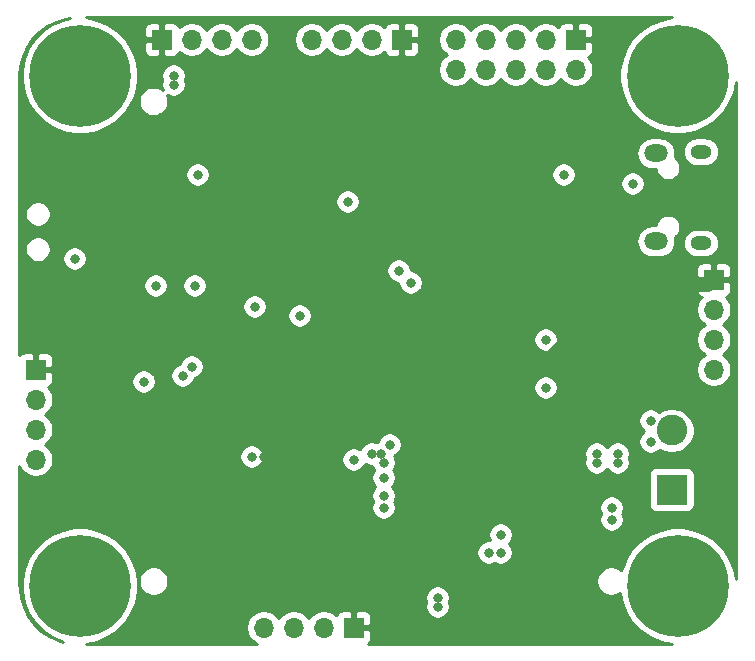
<source format=gbr>
G04 #@! TF.GenerationSoftware,KiCad,Pcbnew,5.1.5+dfsg1-2build2*
G04 #@! TF.CreationDate,2020-10-21T13:18:50+02:00*
G04 #@! TF.ProjectId,test_board,74657374-5f62-46f6-9172-642e6b696361,rev?*
G04 #@! TF.SameCoordinates,Original*
G04 #@! TF.FileFunction,Copper,L3,Inr*
G04 #@! TF.FilePolarity,Positive*
%FSLAX46Y46*%
G04 Gerber Fmt 4.6, Leading zero omitted, Abs format (unit mm)*
G04 Created by KiCad (PCBNEW 5.1.5+dfsg1-2build2) date 2020-10-21 13:18:50*
%MOMM*%
%LPD*%
G04 APERTURE LIST*
%ADD10O,1.700000X1.700000*%
%ADD11R,1.700000X1.700000*%
%ADD12C,0.900000*%
%ADD13C,8.600000*%
%ADD14R,2.600000X2.600000*%
%ADD15C,2.600000*%
%ADD16O,2.000000X1.450000*%
%ADD17O,1.800000X1.150000*%
%ADD18C,0.800000*%
%ADD19C,1.000000*%
%ADD20C,0.254000*%
G04 APERTURE END LIST*
D10*
X47244000Y-134620000D03*
X49784000Y-134620000D03*
X52324000Y-134620000D03*
D11*
X54864000Y-134620000D03*
D10*
X85344000Y-112776000D03*
X85344000Y-110236000D03*
X85344000Y-107696000D03*
D11*
X85344000Y-105156000D03*
D12*
X84576419Y-85603581D03*
X82296000Y-84659000D03*
X80015581Y-85603581D03*
X79071000Y-87884000D03*
X80015581Y-90164419D03*
X82296000Y-91109000D03*
X84576419Y-90164419D03*
X85521000Y-87884000D03*
D13*
X82296000Y-87884000D03*
X82296000Y-131064000D03*
D12*
X85521000Y-131064000D03*
X84576419Y-133344419D03*
X82296000Y-134289000D03*
X80015581Y-133344419D03*
X79071000Y-131064000D03*
X80015581Y-128783581D03*
X82296000Y-127839000D03*
X84576419Y-128783581D03*
X29392581Y-90164419D03*
X31673000Y-91109000D03*
X33953419Y-90164419D03*
X34898000Y-87884000D03*
X33953419Y-85603581D03*
X31673000Y-84659000D03*
X29392581Y-85603581D03*
X28448000Y-87884000D03*
D13*
X31673000Y-87884000D03*
X31673000Y-131064000D03*
D12*
X34898000Y-131064000D03*
X33953419Y-133344419D03*
X31673000Y-134289000D03*
X29392581Y-133344419D03*
X28448000Y-131064000D03*
X29392581Y-128783581D03*
X31673000Y-127839000D03*
X33953419Y-128783581D03*
D14*
X81788000Y-122936000D03*
D15*
X81788000Y-117936000D03*
D16*
X80446000Y-101921400D03*
X80446000Y-94471400D03*
D17*
X84246000Y-102071400D03*
X84246000Y-94321400D03*
D10*
X51308000Y-84836000D03*
X53848000Y-84836000D03*
X56388000Y-84836000D03*
D11*
X58928000Y-84836000D03*
X27940000Y-112776000D03*
D10*
X27940000Y-115316000D03*
X27940000Y-117856000D03*
X27940000Y-120396000D03*
D11*
X73660000Y-84836000D03*
D10*
X73660000Y-87376000D03*
X71120000Y-84836000D03*
X71120000Y-87376000D03*
X68580000Y-84836000D03*
X68580000Y-87376000D03*
X66040000Y-84836000D03*
X66040000Y-87376000D03*
X63500000Y-84836000D03*
X63500000Y-87376000D03*
D11*
X38608000Y-84836000D03*
D10*
X41148000Y-84836000D03*
X43688000Y-84836000D03*
X46228000Y-84836000D03*
D18*
X83820000Y-105664000D03*
X66802000Y-119380000D03*
X46500000Y-100000000D03*
X53600000Y-100000000D03*
X43434000Y-95504000D03*
X31200000Y-98800000D03*
X38354000Y-114300000D03*
X39116000Y-113538000D03*
X47244000Y-120142000D03*
X55372000Y-116840000D03*
X42926000Y-105664000D03*
X45212000Y-103378000D03*
X56388000Y-106680000D03*
X65278000Y-119380000D03*
X65278000Y-116332000D03*
X66802000Y-116332000D03*
X62484000Y-121412000D03*
X60198000Y-121412000D03*
X60198000Y-123952000D03*
X62484000Y-123444000D03*
X66294000Y-135128000D03*
X67310000Y-134112000D03*
X61468000Y-119634000D03*
X37084000Y-113792000D03*
X40386000Y-113284000D03*
X41148000Y-112522000D03*
X38100000Y-105664000D03*
X31242000Y-103378000D03*
X39624000Y-87884000D03*
X41656000Y-96266000D03*
X39624000Y-88646000D03*
X78486000Y-97028000D03*
X72644000Y-96266000D03*
X75438000Y-119888000D03*
X75438000Y-120650000D03*
X77216000Y-120650000D03*
X77216000Y-119888000D03*
X67310000Y-126746000D03*
X67310000Y-128270000D03*
X66294000Y-128270000D03*
X61976000Y-132080000D03*
X61976000Y-132842000D03*
X58674000Y-104394000D03*
X59690000Y-105410000D03*
X46482000Y-107442000D03*
X41402000Y-105664000D03*
X46228000Y-120142000D03*
X57404000Y-120650000D03*
X57404000Y-121920000D03*
X57404000Y-123444000D03*
X57404000Y-124460000D03*
X54864000Y-120396000D03*
X57150000Y-119888000D03*
X56388000Y-119888000D03*
X57912000Y-119126000D03*
X76708000Y-124460000D03*
X76708000Y-125476000D03*
X80010000Y-117094000D03*
X80010000Y-118872000D03*
X71120000Y-114300000D03*
X71120000Y-110236000D03*
X50292000Y-108204000D03*
X54356000Y-98552000D03*
D19*
X84836000Y-105664000D02*
X85344000Y-105156000D01*
X83820000Y-105664000D02*
X84836000Y-105664000D01*
X77470000Y-105664000D02*
X83820000Y-105664000D01*
X66802000Y-116332000D02*
X77470000Y-105664000D01*
D20*
G36*
X80856514Y-83138650D02*
G01*
X79958401Y-83510660D01*
X79150121Y-84050735D01*
X78462735Y-84738121D01*
X77922660Y-85546401D01*
X77550650Y-86444514D01*
X77361000Y-87397945D01*
X77361000Y-88370055D01*
X77550650Y-89323486D01*
X77922660Y-90221599D01*
X78462735Y-91029879D01*
X79150121Y-91717265D01*
X79958401Y-92257340D01*
X80856514Y-92629350D01*
X81809945Y-92819000D01*
X82782055Y-92819000D01*
X83735486Y-92629350D01*
X84633599Y-92257340D01*
X85441879Y-91717265D01*
X86129265Y-91029879D01*
X86669340Y-90221599D01*
X87041350Y-89323486D01*
X87224000Y-88405246D01*
X87224001Y-130542759D01*
X87041350Y-129624514D01*
X86669340Y-128726401D01*
X86129265Y-127918121D01*
X85441879Y-127230735D01*
X84633599Y-126690660D01*
X83735486Y-126318650D01*
X82782055Y-126129000D01*
X81809945Y-126129000D01*
X80856514Y-126318650D01*
X79958401Y-126690660D01*
X79150121Y-127230735D01*
X78462735Y-127918121D01*
X77922660Y-128726401D01*
X77550650Y-129624514D01*
X77519386Y-129781687D01*
X77456798Y-129719099D01*
X77252074Y-129582307D01*
X77024598Y-129488083D01*
X76783110Y-129440048D01*
X76536890Y-129440048D01*
X76295402Y-129488083D01*
X76067926Y-129582307D01*
X75863202Y-129719099D01*
X75689099Y-129893202D01*
X75552307Y-130097926D01*
X75458083Y-130325402D01*
X75410048Y-130566890D01*
X75410048Y-130813110D01*
X75458083Y-131054598D01*
X75552307Y-131282074D01*
X75689099Y-131486798D01*
X75863202Y-131660901D01*
X76067926Y-131797693D01*
X76295402Y-131891917D01*
X76536890Y-131939952D01*
X76783110Y-131939952D01*
X77024598Y-131891917D01*
X77252074Y-131797693D01*
X77391701Y-131704398D01*
X77550650Y-132503486D01*
X77922660Y-133401599D01*
X78462735Y-134209879D01*
X79150121Y-134897265D01*
X79958401Y-135437340D01*
X80856514Y-135809350D01*
X81774754Y-135992000D01*
X56078896Y-135992000D01*
X56165185Y-135921185D01*
X56244537Y-135824494D01*
X56303502Y-135714180D01*
X56339812Y-135594482D01*
X56352072Y-135470000D01*
X56349000Y-134905750D01*
X56190250Y-134747000D01*
X54991000Y-134747000D01*
X54991000Y-134767000D01*
X54737000Y-134767000D01*
X54737000Y-134747000D01*
X54717000Y-134747000D01*
X54717000Y-134493000D01*
X54737000Y-134493000D01*
X54737000Y-133293750D01*
X54991000Y-133293750D01*
X54991000Y-134493000D01*
X56190250Y-134493000D01*
X56349000Y-134334250D01*
X56352072Y-133770000D01*
X56339812Y-133645518D01*
X56303502Y-133525820D01*
X56244537Y-133415506D01*
X56165185Y-133318815D01*
X56068494Y-133239463D01*
X55958180Y-133180498D01*
X55838482Y-133144188D01*
X55714000Y-133131928D01*
X55149750Y-133135000D01*
X54991000Y-133293750D01*
X54737000Y-133293750D01*
X54578250Y-133135000D01*
X54014000Y-133131928D01*
X53889518Y-133144188D01*
X53769820Y-133180498D01*
X53659506Y-133239463D01*
X53562815Y-133318815D01*
X53483463Y-133415506D01*
X53424498Y-133525820D01*
X53402487Y-133598380D01*
X53270632Y-133466525D01*
X53027411Y-133304010D01*
X52757158Y-133192068D01*
X52470260Y-133135000D01*
X52177740Y-133135000D01*
X51890842Y-133192068D01*
X51620589Y-133304010D01*
X51377368Y-133466525D01*
X51170525Y-133673368D01*
X51054000Y-133847760D01*
X50937475Y-133673368D01*
X50730632Y-133466525D01*
X50487411Y-133304010D01*
X50217158Y-133192068D01*
X49930260Y-133135000D01*
X49637740Y-133135000D01*
X49350842Y-133192068D01*
X49080589Y-133304010D01*
X48837368Y-133466525D01*
X48630525Y-133673368D01*
X48514000Y-133847760D01*
X48397475Y-133673368D01*
X48190632Y-133466525D01*
X47947411Y-133304010D01*
X47677158Y-133192068D01*
X47390260Y-133135000D01*
X47097740Y-133135000D01*
X46810842Y-133192068D01*
X46540589Y-133304010D01*
X46297368Y-133466525D01*
X46090525Y-133673368D01*
X45928010Y-133916589D01*
X45816068Y-134186842D01*
X45759000Y-134473740D01*
X45759000Y-134766260D01*
X45816068Y-135053158D01*
X45928010Y-135323411D01*
X46090525Y-135566632D01*
X46297368Y-135773475D01*
X46540589Y-135935990D01*
X46675810Y-135992000D01*
X32194246Y-135992000D01*
X33112486Y-135809350D01*
X34010599Y-135437340D01*
X34818879Y-134897265D01*
X35506265Y-134209879D01*
X36046340Y-133401599D01*
X36418350Y-132503486D01*
X36522863Y-131978061D01*
X60941000Y-131978061D01*
X60941000Y-132181939D01*
X60980774Y-132381898D01*
X61013539Y-132461000D01*
X60980774Y-132540102D01*
X60941000Y-132740061D01*
X60941000Y-132943939D01*
X60980774Y-133143898D01*
X61058795Y-133332256D01*
X61172063Y-133501774D01*
X61316226Y-133645937D01*
X61485744Y-133759205D01*
X61674102Y-133837226D01*
X61874061Y-133877000D01*
X62077939Y-133877000D01*
X62277898Y-133837226D01*
X62466256Y-133759205D01*
X62635774Y-133645937D01*
X62779937Y-133501774D01*
X62893205Y-133332256D01*
X62971226Y-133143898D01*
X63011000Y-132943939D01*
X63011000Y-132740061D01*
X62971226Y-132540102D01*
X62938461Y-132461000D01*
X62971226Y-132381898D01*
X63011000Y-132181939D01*
X63011000Y-131978061D01*
X62971226Y-131778102D01*
X62893205Y-131589744D01*
X62779937Y-131420226D01*
X62635774Y-131276063D01*
X62466256Y-131162795D01*
X62277898Y-131084774D01*
X62077939Y-131045000D01*
X61874061Y-131045000D01*
X61674102Y-131084774D01*
X61485744Y-131162795D01*
X61316226Y-131276063D01*
X61172063Y-131420226D01*
X61058795Y-131589744D01*
X60980774Y-131778102D01*
X60941000Y-131978061D01*
X36522863Y-131978061D01*
X36608000Y-131550055D01*
X36608000Y-130577945D01*
X36607791Y-130576890D01*
X36670048Y-130576890D01*
X36670048Y-130823110D01*
X36718083Y-131064598D01*
X36812307Y-131292074D01*
X36949099Y-131496798D01*
X37123202Y-131670901D01*
X37327926Y-131807693D01*
X37555402Y-131901917D01*
X37796890Y-131949952D01*
X38043110Y-131949952D01*
X38284598Y-131901917D01*
X38512074Y-131807693D01*
X38716798Y-131670901D01*
X38890901Y-131496798D01*
X39027693Y-131292074D01*
X39121917Y-131064598D01*
X39169952Y-130823110D01*
X39169952Y-130576890D01*
X39121917Y-130335402D01*
X39027693Y-130107926D01*
X38890901Y-129903202D01*
X38716798Y-129729099D01*
X38512074Y-129592307D01*
X38284598Y-129498083D01*
X38043110Y-129450048D01*
X37796890Y-129450048D01*
X37555402Y-129498083D01*
X37327926Y-129592307D01*
X37123202Y-129729099D01*
X36949099Y-129903202D01*
X36812307Y-130107926D01*
X36718083Y-130335402D01*
X36670048Y-130576890D01*
X36607791Y-130576890D01*
X36418350Y-129624514D01*
X36046340Y-128726401D01*
X35673270Y-128168061D01*
X65259000Y-128168061D01*
X65259000Y-128371939D01*
X65298774Y-128571898D01*
X65376795Y-128760256D01*
X65490063Y-128929774D01*
X65634226Y-129073937D01*
X65803744Y-129187205D01*
X65992102Y-129265226D01*
X66192061Y-129305000D01*
X66395939Y-129305000D01*
X66595898Y-129265226D01*
X66784256Y-129187205D01*
X66802000Y-129175349D01*
X66819744Y-129187205D01*
X67008102Y-129265226D01*
X67208061Y-129305000D01*
X67411939Y-129305000D01*
X67611898Y-129265226D01*
X67800256Y-129187205D01*
X67969774Y-129073937D01*
X68113937Y-128929774D01*
X68227205Y-128760256D01*
X68305226Y-128571898D01*
X68345000Y-128371939D01*
X68345000Y-128168061D01*
X68305226Y-127968102D01*
X68227205Y-127779744D01*
X68113937Y-127610226D01*
X68011711Y-127508000D01*
X68113937Y-127405774D01*
X68227205Y-127236256D01*
X68305226Y-127047898D01*
X68345000Y-126847939D01*
X68345000Y-126644061D01*
X68305226Y-126444102D01*
X68227205Y-126255744D01*
X68113937Y-126086226D01*
X67969774Y-125942063D01*
X67800256Y-125828795D01*
X67611898Y-125750774D01*
X67411939Y-125711000D01*
X67208061Y-125711000D01*
X67008102Y-125750774D01*
X66819744Y-125828795D01*
X66650226Y-125942063D01*
X66506063Y-126086226D01*
X66392795Y-126255744D01*
X66314774Y-126444102D01*
X66275000Y-126644061D01*
X66275000Y-126847939D01*
X66314774Y-127047898D01*
X66392275Y-127235000D01*
X66192061Y-127235000D01*
X65992102Y-127274774D01*
X65803744Y-127352795D01*
X65634226Y-127466063D01*
X65490063Y-127610226D01*
X65376795Y-127779744D01*
X65298774Y-127968102D01*
X65259000Y-128168061D01*
X35673270Y-128168061D01*
X35506265Y-127918121D01*
X34818879Y-127230735D01*
X34010599Y-126690660D01*
X33112486Y-126318650D01*
X32159055Y-126129000D01*
X31186945Y-126129000D01*
X30233514Y-126318650D01*
X29335401Y-126690660D01*
X28527121Y-127230735D01*
X27839735Y-127918121D01*
X27299660Y-128726401D01*
X26927650Y-129624514D01*
X26738000Y-130577945D01*
X26738000Y-131550055D01*
X26927650Y-132503486D01*
X27299660Y-133401599D01*
X27839735Y-134209879D01*
X28527121Y-134897265D01*
X29335401Y-135437340D01*
X30217904Y-135802884D01*
X29859897Y-135709964D01*
X29100496Y-135367878D01*
X28409580Y-134902728D01*
X27806921Y-134327819D01*
X27309745Y-133659589D01*
X26932265Y-132917142D01*
X26685275Y-132121705D01*
X26573178Y-131275951D01*
X26568000Y-131056218D01*
X26568000Y-120964190D01*
X26624010Y-121099411D01*
X26786525Y-121342632D01*
X26993368Y-121549475D01*
X27236589Y-121711990D01*
X27506842Y-121823932D01*
X27793740Y-121881000D01*
X28086260Y-121881000D01*
X28373158Y-121823932D01*
X28643411Y-121711990D01*
X28886632Y-121549475D01*
X29093475Y-121342632D01*
X29255990Y-121099411D01*
X29367932Y-120829158D01*
X29425000Y-120542260D01*
X29425000Y-120249740D01*
X29383292Y-120040061D01*
X45193000Y-120040061D01*
X45193000Y-120243939D01*
X45232774Y-120443898D01*
X45310795Y-120632256D01*
X45424063Y-120801774D01*
X45568226Y-120945937D01*
X45737744Y-121059205D01*
X45926102Y-121137226D01*
X46126061Y-121177000D01*
X46329939Y-121177000D01*
X46529898Y-121137226D01*
X46718256Y-121059205D01*
X46887774Y-120945937D01*
X47031937Y-120801774D01*
X47145205Y-120632256D01*
X47223226Y-120443898D01*
X47253030Y-120294061D01*
X53829000Y-120294061D01*
X53829000Y-120497939D01*
X53868774Y-120697898D01*
X53946795Y-120886256D01*
X54060063Y-121055774D01*
X54204226Y-121199937D01*
X54373744Y-121313205D01*
X54562102Y-121391226D01*
X54762061Y-121431000D01*
X54965939Y-121431000D01*
X55165898Y-121391226D01*
X55354256Y-121313205D01*
X55523774Y-121199937D01*
X55667937Y-121055774D01*
X55781205Y-120886256D01*
X55832763Y-120761786D01*
X55897744Y-120805205D01*
X56086102Y-120883226D01*
X56286061Y-120923000D01*
X56403026Y-120923000D01*
X56408774Y-120951898D01*
X56486795Y-121140256D01*
X56583510Y-121285000D01*
X56486795Y-121429744D01*
X56408774Y-121618102D01*
X56369000Y-121818061D01*
X56369000Y-122021939D01*
X56408774Y-122221898D01*
X56486795Y-122410256D01*
X56600063Y-122579774D01*
X56702289Y-122682000D01*
X56600063Y-122784226D01*
X56486795Y-122953744D01*
X56408774Y-123142102D01*
X56369000Y-123342061D01*
X56369000Y-123545939D01*
X56408774Y-123745898D01*
X56486795Y-123934256D01*
X56498651Y-123952000D01*
X56486795Y-123969744D01*
X56408774Y-124158102D01*
X56369000Y-124358061D01*
X56369000Y-124561939D01*
X56408774Y-124761898D01*
X56486795Y-124950256D01*
X56600063Y-125119774D01*
X56744226Y-125263937D01*
X56913744Y-125377205D01*
X57102102Y-125455226D01*
X57302061Y-125495000D01*
X57505939Y-125495000D01*
X57705898Y-125455226D01*
X57894256Y-125377205D01*
X58063774Y-125263937D01*
X58207937Y-125119774D01*
X58321205Y-124950256D01*
X58399226Y-124761898D01*
X58439000Y-124561939D01*
X58439000Y-124358061D01*
X75673000Y-124358061D01*
X75673000Y-124561939D01*
X75712774Y-124761898D01*
X75790795Y-124950256D01*
X75802651Y-124968000D01*
X75790795Y-124985744D01*
X75712774Y-125174102D01*
X75673000Y-125374061D01*
X75673000Y-125577939D01*
X75712774Y-125777898D01*
X75790795Y-125966256D01*
X75904063Y-126135774D01*
X76048226Y-126279937D01*
X76217744Y-126393205D01*
X76406102Y-126471226D01*
X76606061Y-126511000D01*
X76809939Y-126511000D01*
X77009898Y-126471226D01*
X77198256Y-126393205D01*
X77367774Y-126279937D01*
X77511937Y-126135774D01*
X77625205Y-125966256D01*
X77703226Y-125777898D01*
X77743000Y-125577939D01*
X77743000Y-125374061D01*
X77703226Y-125174102D01*
X77625205Y-124985744D01*
X77613349Y-124968000D01*
X77625205Y-124950256D01*
X77703226Y-124761898D01*
X77743000Y-124561939D01*
X77743000Y-124358061D01*
X77703226Y-124158102D01*
X77625205Y-123969744D01*
X77511937Y-123800226D01*
X77367774Y-123656063D01*
X77198256Y-123542795D01*
X77009898Y-123464774D01*
X76809939Y-123425000D01*
X76606061Y-123425000D01*
X76406102Y-123464774D01*
X76217744Y-123542795D01*
X76048226Y-123656063D01*
X75904063Y-123800226D01*
X75790795Y-123969744D01*
X75712774Y-124158102D01*
X75673000Y-124358061D01*
X58439000Y-124358061D01*
X58399226Y-124158102D01*
X58321205Y-123969744D01*
X58309349Y-123952000D01*
X58321205Y-123934256D01*
X58399226Y-123745898D01*
X58439000Y-123545939D01*
X58439000Y-123342061D01*
X58399226Y-123142102D01*
X58321205Y-122953744D01*
X58207937Y-122784226D01*
X58105711Y-122682000D01*
X58207937Y-122579774D01*
X58321205Y-122410256D01*
X58399226Y-122221898D01*
X58439000Y-122021939D01*
X58439000Y-121818061D01*
X58399226Y-121618102D01*
X58321205Y-121429744D01*
X58224490Y-121285000D01*
X58321205Y-121140256D01*
X58399226Y-120951898D01*
X58439000Y-120751939D01*
X58439000Y-120548061D01*
X58399226Y-120348102D01*
X58321205Y-120159744D01*
X58277786Y-120094763D01*
X58402256Y-120043205D01*
X58571774Y-119929937D01*
X58715650Y-119786061D01*
X74403000Y-119786061D01*
X74403000Y-119989939D01*
X74442774Y-120189898D01*
X74475539Y-120269000D01*
X74442774Y-120348102D01*
X74403000Y-120548061D01*
X74403000Y-120751939D01*
X74442774Y-120951898D01*
X74520795Y-121140256D01*
X74634063Y-121309774D01*
X74778226Y-121453937D01*
X74947744Y-121567205D01*
X75136102Y-121645226D01*
X75336061Y-121685000D01*
X75539939Y-121685000D01*
X75739898Y-121645226D01*
X75928256Y-121567205D01*
X76097774Y-121453937D01*
X76241937Y-121309774D01*
X76327000Y-121182468D01*
X76412063Y-121309774D01*
X76556226Y-121453937D01*
X76725744Y-121567205D01*
X76914102Y-121645226D01*
X77114061Y-121685000D01*
X77317939Y-121685000D01*
X77517898Y-121645226D01*
X77540171Y-121636000D01*
X79849928Y-121636000D01*
X79849928Y-124236000D01*
X79862188Y-124360482D01*
X79898498Y-124480180D01*
X79957463Y-124590494D01*
X80036815Y-124687185D01*
X80133506Y-124766537D01*
X80243820Y-124825502D01*
X80363518Y-124861812D01*
X80488000Y-124874072D01*
X83088000Y-124874072D01*
X83212482Y-124861812D01*
X83332180Y-124825502D01*
X83442494Y-124766537D01*
X83539185Y-124687185D01*
X83618537Y-124590494D01*
X83677502Y-124480180D01*
X83713812Y-124360482D01*
X83726072Y-124236000D01*
X83726072Y-121636000D01*
X83713812Y-121511518D01*
X83677502Y-121391820D01*
X83618537Y-121281506D01*
X83539185Y-121184815D01*
X83442494Y-121105463D01*
X83332180Y-121046498D01*
X83212482Y-121010188D01*
X83088000Y-120997928D01*
X80488000Y-120997928D01*
X80363518Y-121010188D01*
X80243820Y-121046498D01*
X80133506Y-121105463D01*
X80036815Y-121184815D01*
X79957463Y-121281506D01*
X79898498Y-121391820D01*
X79862188Y-121511518D01*
X79849928Y-121636000D01*
X77540171Y-121636000D01*
X77706256Y-121567205D01*
X77875774Y-121453937D01*
X78019937Y-121309774D01*
X78133205Y-121140256D01*
X78211226Y-120951898D01*
X78251000Y-120751939D01*
X78251000Y-120548061D01*
X78211226Y-120348102D01*
X78178461Y-120269000D01*
X78211226Y-120189898D01*
X78251000Y-119989939D01*
X78251000Y-119786061D01*
X78211226Y-119586102D01*
X78133205Y-119397744D01*
X78019937Y-119228226D01*
X77875774Y-119084063D01*
X77706256Y-118970795D01*
X77517898Y-118892774D01*
X77317939Y-118853000D01*
X77114061Y-118853000D01*
X76914102Y-118892774D01*
X76725744Y-118970795D01*
X76556226Y-119084063D01*
X76412063Y-119228226D01*
X76327000Y-119355532D01*
X76241937Y-119228226D01*
X76097774Y-119084063D01*
X75928256Y-118970795D01*
X75739898Y-118892774D01*
X75539939Y-118853000D01*
X75336061Y-118853000D01*
X75136102Y-118892774D01*
X74947744Y-118970795D01*
X74778226Y-119084063D01*
X74634063Y-119228226D01*
X74520795Y-119397744D01*
X74442774Y-119586102D01*
X74403000Y-119786061D01*
X58715650Y-119786061D01*
X58715937Y-119785774D01*
X58829205Y-119616256D01*
X58907226Y-119427898D01*
X58947000Y-119227939D01*
X58947000Y-119024061D01*
X58907226Y-118824102D01*
X58829205Y-118635744D01*
X58715937Y-118466226D01*
X58571774Y-118322063D01*
X58402256Y-118208795D01*
X58213898Y-118130774D01*
X58013939Y-118091000D01*
X57810061Y-118091000D01*
X57610102Y-118130774D01*
X57421744Y-118208795D01*
X57252226Y-118322063D01*
X57108063Y-118466226D01*
X56994795Y-118635744D01*
X56916774Y-118824102D01*
X56905381Y-118881381D01*
X56848102Y-118892774D01*
X56769000Y-118925539D01*
X56689898Y-118892774D01*
X56489939Y-118853000D01*
X56286061Y-118853000D01*
X56086102Y-118892774D01*
X55897744Y-118970795D01*
X55728226Y-119084063D01*
X55584063Y-119228226D01*
X55470795Y-119397744D01*
X55419237Y-119522214D01*
X55354256Y-119478795D01*
X55165898Y-119400774D01*
X54965939Y-119361000D01*
X54762061Y-119361000D01*
X54562102Y-119400774D01*
X54373744Y-119478795D01*
X54204226Y-119592063D01*
X54060063Y-119736226D01*
X53946795Y-119905744D01*
X53868774Y-120094102D01*
X53829000Y-120294061D01*
X47253030Y-120294061D01*
X47263000Y-120243939D01*
X47263000Y-120040061D01*
X47223226Y-119840102D01*
X47145205Y-119651744D01*
X47031937Y-119482226D01*
X46887774Y-119338063D01*
X46718256Y-119224795D01*
X46529898Y-119146774D01*
X46329939Y-119107000D01*
X46126061Y-119107000D01*
X45926102Y-119146774D01*
X45737744Y-119224795D01*
X45568226Y-119338063D01*
X45424063Y-119482226D01*
X45310795Y-119651744D01*
X45232774Y-119840102D01*
X45193000Y-120040061D01*
X29383292Y-120040061D01*
X29367932Y-119962842D01*
X29255990Y-119692589D01*
X29093475Y-119449368D01*
X28886632Y-119242525D01*
X28712240Y-119126000D01*
X28886632Y-119009475D01*
X29093475Y-118802632D01*
X29255990Y-118559411D01*
X29367932Y-118289158D01*
X29425000Y-118002260D01*
X29425000Y-117709740D01*
X29367932Y-117422842D01*
X29255990Y-117152589D01*
X29148729Y-116992061D01*
X78975000Y-116992061D01*
X78975000Y-117195939D01*
X79014774Y-117395898D01*
X79092795Y-117584256D01*
X79206063Y-117753774D01*
X79350226Y-117897937D01*
X79477532Y-117983000D01*
X79350226Y-118068063D01*
X79206063Y-118212226D01*
X79092795Y-118381744D01*
X79014774Y-118570102D01*
X78975000Y-118770061D01*
X78975000Y-118973939D01*
X79014774Y-119173898D01*
X79092795Y-119362256D01*
X79206063Y-119531774D01*
X79350226Y-119675937D01*
X79519744Y-119789205D01*
X79708102Y-119867226D01*
X79908061Y-119907000D01*
X80111939Y-119907000D01*
X80311898Y-119867226D01*
X80500256Y-119789205D01*
X80669774Y-119675937D01*
X80765631Y-119580080D01*
X80871434Y-119650775D01*
X81223581Y-119796639D01*
X81597419Y-119871000D01*
X81978581Y-119871000D01*
X82352419Y-119796639D01*
X82704566Y-119650775D01*
X83021491Y-119439013D01*
X83291013Y-119169491D01*
X83502775Y-118852566D01*
X83648639Y-118500419D01*
X83723000Y-118126581D01*
X83723000Y-117745419D01*
X83648639Y-117371581D01*
X83502775Y-117019434D01*
X83291013Y-116702509D01*
X83021491Y-116432987D01*
X82704566Y-116221225D01*
X82352419Y-116075361D01*
X81978581Y-116001000D01*
X81597419Y-116001000D01*
X81223581Y-116075361D01*
X80871434Y-116221225D01*
X80709282Y-116329571D01*
X80669774Y-116290063D01*
X80500256Y-116176795D01*
X80311898Y-116098774D01*
X80111939Y-116059000D01*
X79908061Y-116059000D01*
X79708102Y-116098774D01*
X79519744Y-116176795D01*
X79350226Y-116290063D01*
X79206063Y-116434226D01*
X79092795Y-116603744D01*
X79014774Y-116792102D01*
X78975000Y-116992061D01*
X29148729Y-116992061D01*
X29093475Y-116909368D01*
X28886632Y-116702525D01*
X28712240Y-116586000D01*
X28886632Y-116469475D01*
X29093475Y-116262632D01*
X29255990Y-116019411D01*
X29367932Y-115749158D01*
X29425000Y-115462260D01*
X29425000Y-115169740D01*
X29367932Y-114882842D01*
X29255990Y-114612589D01*
X29093475Y-114369368D01*
X28961620Y-114237513D01*
X29034180Y-114215502D01*
X29144494Y-114156537D01*
X29241185Y-114077185D01*
X29320537Y-113980494D01*
X29379502Y-113870180D01*
X29415812Y-113750482D01*
X29421762Y-113690061D01*
X36049000Y-113690061D01*
X36049000Y-113893939D01*
X36088774Y-114093898D01*
X36166795Y-114282256D01*
X36280063Y-114451774D01*
X36424226Y-114595937D01*
X36593744Y-114709205D01*
X36782102Y-114787226D01*
X36982061Y-114827000D01*
X37185939Y-114827000D01*
X37385898Y-114787226D01*
X37574256Y-114709205D01*
X37743774Y-114595937D01*
X37887937Y-114451774D01*
X38001205Y-114282256D01*
X38079226Y-114093898D01*
X38119000Y-113893939D01*
X38119000Y-113690061D01*
X38079226Y-113490102D01*
X38001205Y-113301744D01*
X37921236Y-113182061D01*
X39351000Y-113182061D01*
X39351000Y-113385939D01*
X39390774Y-113585898D01*
X39468795Y-113774256D01*
X39582063Y-113943774D01*
X39726226Y-114087937D01*
X39895744Y-114201205D01*
X40084102Y-114279226D01*
X40284061Y-114319000D01*
X40487939Y-114319000D01*
X40687898Y-114279226D01*
X40876256Y-114201205D01*
X40880961Y-114198061D01*
X70085000Y-114198061D01*
X70085000Y-114401939D01*
X70124774Y-114601898D01*
X70202795Y-114790256D01*
X70316063Y-114959774D01*
X70460226Y-115103937D01*
X70629744Y-115217205D01*
X70818102Y-115295226D01*
X71018061Y-115335000D01*
X71221939Y-115335000D01*
X71421898Y-115295226D01*
X71610256Y-115217205D01*
X71779774Y-115103937D01*
X71923937Y-114959774D01*
X72037205Y-114790256D01*
X72115226Y-114601898D01*
X72155000Y-114401939D01*
X72155000Y-114198061D01*
X72115226Y-113998102D01*
X72037205Y-113809744D01*
X71923937Y-113640226D01*
X71779774Y-113496063D01*
X71610256Y-113382795D01*
X71421898Y-113304774D01*
X71221939Y-113265000D01*
X71018061Y-113265000D01*
X70818102Y-113304774D01*
X70629744Y-113382795D01*
X70460226Y-113496063D01*
X70316063Y-113640226D01*
X70202795Y-113809744D01*
X70124774Y-113998102D01*
X70085000Y-114198061D01*
X40880961Y-114198061D01*
X41045774Y-114087937D01*
X41189937Y-113943774D01*
X41303205Y-113774256D01*
X41381226Y-113585898D01*
X41392619Y-113528619D01*
X41449898Y-113517226D01*
X41638256Y-113439205D01*
X41807774Y-113325937D01*
X41951937Y-113181774D01*
X42065205Y-113012256D01*
X42143226Y-112823898D01*
X42183000Y-112623939D01*
X42183000Y-112420061D01*
X42143226Y-112220102D01*
X42065205Y-112031744D01*
X41951937Y-111862226D01*
X41807774Y-111718063D01*
X41638256Y-111604795D01*
X41449898Y-111526774D01*
X41249939Y-111487000D01*
X41046061Y-111487000D01*
X40846102Y-111526774D01*
X40657744Y-111604795D01*
X40488226Y-111718063D01*
X40344063Y-111862226D01*
X40230795Y-112031744D01*
X40152774Y-112220102D01*
X40141381Y-112277381D01*
X40084102Y-112288774D01*
X39895744Y-112366795D01*
X39726226Y-112480063D01*
X39582063Y-112624226D01*
X39468795Y-112793744D01*
X39390774Y-112982102D01*
X39351000Y-113182061D01*
X37921236Y-113182061D01*
X37887937Y-113132226D01*
X37743774Y-112988063D01*
X37574256Y-112874795D01*
X37385898Y-112796774D01*
X37185939Y-112757000D01*
X36982061Y-112757000D01*
X36782102Y-112796774D01*
X36593744Y-112874795D01*
X36424226Y-112988063D01*
X36280063Y-113132226D01*
X36166795Y-113301744D01*
X36088774Y-113490102D01*
X36049000Y-113690061D01*
X29421762Y-113690061D01*
X29428072Y-113626000D01*
X29425000Y-113061750D01*
X29266250Y-112903000D01*
X28067000Y-112903000D01*
X28067000Y-112923000D01*
X27813000Y-112923000D01*
X27813000Y-112903000D01*
X27793000Y-112903000D01*
X27793000Y-112649000D01*
X27813000Y-112649000D01*
X27813000Y-111449750D01*
X28067000Y-111449750D01*
X28067000Y-112649000D01*
X29266250Y-112649000D01*
X29425000Y-112490250D01*
X29428072Y-111926000D01*
X29415812Y-111801518D01*
X29379502Y-111681820D01*
X29320537Y-111571506D01*
X29241185Y-111474815D01*
X29144494Y-111395463D01*
X29034180Y-111336498D01*
X28914482Y-111300188D01*
X28790000Y-111287928D01*
X28225750Y-111291000D01*
X28067000Y-111449750D01*
X27813000Y-111449750D01*
X27654250Y-111291000D01*
X27090000Y-111287928D01*
X26965518Y-111300188D01*
X26845820Y-111336498D01*
X26735506Y-111395463D01*
X26638815Y-111474815D01*
X26568000Y-111561104D01*
X26568000Y-110134061D01*
X70085000Y-110134061D01*
X70085000Y-110337939D01*
X70124774Y-110537898D01*
X70202795Y-110726256D01*
X70316063Y-110895774D01*
X70460226Y-111039937D01*
X70629744Y-111153205D01*
X70818102Y-111231226D01*
X71018061Y-111271000D01*
X71221939Y-111271000D01*
X71421898Y-111231226D01*
X71610256Y-111153205D01*
X71779774Y-111039937D01*
X71923937Y-110895774D01*
X72037205Y-110726256D01*
X72115226Y-110537898D01*
X72155000Y-110337939D01*
X72155000Y-110134061D01*
X72115226Y-109934102D01*
X72037205Y-109745744D01*
X71923937Y-109576226D01*
X71779774Y-109432063D01*
X71610256Y-109318795D01*
X71421898Y-109240774D01*
X71221939Y-109201000D01*
X71018061Y-109201000D01*
X70818102Y-109240774D01*
X70629744Y-109318795D01*
X70460226Y-109432063D01*
X70316063Y-109576226D01*
X70202795Y-109745744D01*
X70124774Y-109934102D01*
X70085000Y-110134061D01*
X26568000Y-110134061D01*
X26568000Y-107340061D01*
X45447000Y-107340061D01*
X45447000Y-107543939D01*
X45486774Y-107743898D01*
X45564795Y-107932256D01*
X45678063Y-108101774D01*
X45822226Y-108245937D01*
X45991744Y-108359205D01*
X46180102Y-108437226D01*
X46380061Y-108477000D01*
X46583939Y-108477000D01*
X46783898Y-108437226D01*
X46972256Y-108359205D01*
X47141774Y-108245937D01*
X47285650Y-108102061D01*
X49257000Y-108102061D01*
X49257000Y-108305939D01*
X49296774Y-108505898D01*
X49374795Y-108694256D01*
X49488063Y-108863774D01*
X49632226Y-109007937D01*
X49801744Y-109121205D01*
X49990102Y-109199226D01*
X50190061Y-109239000D01*
X50393939Y-109239000D01*
X50593898Y-109199226D01*
X50782256Y-109121205D01*
X50951774Y-109007937D01*
X51095937Y-108863774D01*
X51209205Y-108694256D01*
X51287226Y-108505898D01*
X51327000Y-108305939D01*
X51327000Y-108102061D01*
X51287226Y-107902102D01*
X51209205Y-107713744D01*
X51095937Y-107544226D01*
X50951774Y-107400063D01*
X50782256Y-107286795D01*
X50593898Y-107208774D01*
X50393939Y-107169000D01*
X50190061Y-107169000D01*
X49990102Y-107208774D01*
X49801744Y-107286795D01*
X49632226Y-107400063D01*
X49488063Y-107544226D01*
X49374795Y-107713744D01*
X49296774Y-107902102D01*
X49257000Y-108102061D01*
X47285650Y-108102061D01*
X47285937Y-108101774D01*
X47399205Y-107932256D01*
X47477226Y-107743898D01*
X47517000Y-107543939D01*
X47517000Y-107340061D01*
X47477226Y-107140102D01*
X47399205Y-106951744D01*
X47285937Y-106782226D01*
X47141774Y-106638063D01*
X46972256Y-106524795D01*
X46783898Y-106446774D01*
X46583939Y-106407000D01*
X46380061Y-106407000D01*
X46180102Y-106446774D01*
X45991744Y-106524795D01*
X45822226Y-106638063D01*
X45678063Y-106782226D01*
X45564795Y-106951744D01*
X45486774Y-107140102D01*
X45447000Y-107340061D01*
X26568000Y-107340061D01*
X26568000Y-105562061D01*
X37065000Y-105562061D01*
X37065000Y-105765939D01*
X37104774Y-105965898D01*
X37182795Y-106154256D01*
X37296063Y-106323774D01*
X37440226Y-106467937D01*
X37609744Y-106581205D01*
X37798102Y-106659226D01*
X37998061Y-106699000D01*
X38201939Y-106699000D01*
X38401898Y-106659226D01*
X38590256Y-106581205D01*
X38759774Y-106467937D01*
X38903937Y-106323774D01*
X39017205Y-106154256D01*
X39095226Y-105965898D01*
X39135000Y-105765939D01*
X39135000Y-105562061D01*
X40367000Y-105562061D01*
X40367000Y-105765939D01*
X40406774Y-105965898D01*
X40484795Y-106154256D01*
X40598063Y-106323774D01*
X40742226Y-106467937D01*
X40911744Y-106581205D01*
X41100102Y-106659226D01*
X41300061Y-106699000D01*
X41503939Y-106699000D01*
X41703898Y-106659226D01*
X41892256Y-106581205D01*
X42061774Y-106467937D01*
X42205937Y-106323774D01*
X42319205Y-106154256D01*
X42397226Y-105965898D01*
X42437000Y-105765939D01*
X42437000Y-105562061D01*
X42397226Y-105362102D01*
X42319205Y-105173744D01*
X42205937Y-105004226D01*
X42061774Y-104860063D01*
X41892256Y-104746795D01*
X41703898Y-104668774D01*
X41503939Y-104629000D01*
X41300061Y-104629000D01*
X41100102Y-104668774D01*
X40911744Y-104746795D01*
X40742226Y-104860063D01*
X40598063Y-105004226D01*
X40484795Y-105173744D01*
X40406774Y-105362102D01*
X40367000Y-105562061D01*
X39135000Y-105562061D01*
X39095226Y-105362102D01*
X39017205Y-105173744D01*
X38903937Y-105004226D01*
X38759774Y-104860063D01*
X38590256Y-104746795D01*
X38401898Y-104668774D01*
X38201939Y-104629000D01*
X37998061Y-104629000D01*
X37798102Y-104668774D01*
X37609744Y-104746795D01*
X37440226Y-104860063D01*
X37296063Y-105004226D01*
X37182795Y-105173744D01*
X37104774Y-105362102D01*
X37065000Y-105562061D01*
X26568000Y-105562061D01*
X26568000Y-102485137D01*
X27033000Y-102485137D01*
X27033000Y-102698863D01*
X27074696Y-102908483D01*
X27156485Y-103105940D01*
X27275225Y-103283647D01*
X27426353Y-103434775D01*
X27604060Y-103553515D01*
X27801517Y-103635304D01*
X28011137Y-103677000D01*
X28224863Y-103677000D01*
X28434483Y-103635304D01*
X28631940Y-103553515D01*
X28809647Y-103434775D01*
X28960775Y-103283647D01*
X28965843Y-103276061D01*
X30207000Y-103276061D01*
X30207000Y-103479939D01*
X30246774Y-103679898D01*
X30324795Y-103868256D01*
X30438063Y-104037774D01*
X30582226Y-104181937D01*
X30751744Y-104295205D01*
X30940102Y-104373226D01*
X31140061Y-104413000D01*
X31343939Y-104413000D01*
X31543898Y-104373226D01*
X31732256Y-104295205D01*
X31736961Y-104292061D01*
X57639000Y-104292061D01*
X57639000Y-104495939D01*
X57678774Y-104695898D01*
X57756795Y-104884256D01*
X57870063Y-105053774D01*
X58014226Y-105197937D01*
X58183744Y-105311205D01*
X58372102Y-105389226D01*
X58572061Y-105429000D01*
X58655000Y-105429000D01*
X58655000Y-105511939D01*
X58694774Y-105711898D01*
X58772795Y-105900256D01*
X58886063Y-106069774D01*
X59030226Y-106213937D01*
X59199744Y-106327205D01*
X59388102Y-106405226D01*
X59588061Y-106445000D01*
X59791939Y-106445000D01*
X59991898Y-106405226D01*
X60180256Y-106327205D01*
X60349774Y-106213937D01*
X60493937Y-106069774D01*
X60536549Y-106006000D01*
X83855928Y-106006000D01*
X83868188Y-106130482D01*
X83904498Y-106250180D01*
X83963463Y-106360494D01*
X84042815Y-106457185D01*
X84139506Y-106536537D01*
X84249820Y-106595502D01*
X84322380Y-106617513D01*
X84190525Y-106749368D01*
X84028010Y-106992589D01*
X83916068Y-107262842D01*
X83859000Y-107549740D01*
X83859000Y-107842260D01*
X83916068Y-108129158D01*
X84028010Y-108399411D01*
X84190525Y-108642632D01*
X84397368Y-108849475D01*
X84571760Y-108966000D01*
X84397368Y-109082525D01*
X84190525Y-109289368D01*
X84028010Y-109532589D01*
X83916068Y-109802842D01*
X83859000Y-110089740D01*
X83859000Y-110382260D01*
X83916068Y-110669158D01*
X84028010Y-110939411D01*
X84190525Y-111182632D01*
X84397368Y-111389475D01*
X84571760Y-111506000D01*
X84397368Y-111622525D01*
X84190525Y-111829368D01*
X84028010Y-112072589D01*
X83916068Y-112342842D01*
X83859000Y-112629740D01*
X83859000Y-112922260D01*
X83916068Y-113209158D01*
X84028010Y-113479411D01*
X84190525Y-113722632D01*
X84397368Y-113929475D01*
X84640589Y-114091990D01*
X84910842Y-114203932D01*
X85197740Y-114261000D01*
X85490260Y-114261000D01*
X85777158Y-114203932D01*
X86047411Y-114091990D01*
X86290632Y-113929475D01*
X86497475Y-113722632D01*
X86659990Y-113479411D01*
X86771932Y-113209158D01*
X86829000Y-112922260D01*
X86829000Y-112629740D01*
X86771932Y-112342842D01*
X86659990Y-112072589D01*
X86497475Y-111829368D01*
X86290632Y-111622525D01*
X86116240Y-111506000D01*
X86290632Y-111389475D01*
X86497475Y-111182632D01*
X86659990Y-110939411D01*
X86771932Y-110669158D01*
X86829000Y-110382260D01*
X86829000Y-110089740D01*
X86771932Y-109802842D01*
X86659990Y-109532589D01*
X86497475Y-109289368D01*
X86290632Y-109082525D01*
X86116240Y-108966000D01*
X86290632Y-108849475D01*
X86497475Y-108642632D01*
X86659990Y-108399411D01*
X86771932Y-108129158D01*
X86829000Y-107842260D01*
X86829000Y-107549740D01*
X86771932Y-107262842D01*
X86659990Y-106992589D01*
X86497475Y-106749368D01*
X86365620Y-106617513D01*
X86438180Y-106595502D01*
X86548494Y-106536537D01*
X86645185Y-106457185D01*
X86724537Y-106360494D01*
X86783502Y-106250180D01*
X86819812Y-106130482D01*
X86832072Y-106006000D01*
X86829000Y-105441750D01*
X86670250Y-105283000D01*
X85471000Y-105283000D01*
X85471000Y-105303000D01*
X85217000Y-105303000D01*
X85217000Y-105283000D01*
X84017750Y-105283000D01*
X83859000Y-105441750D01*
X83855928Y-106006000D01*
X60536549Y-106006000D01*
X60607205Y-105900256D01*
X60685226Y-105711898D01*
X60725000Y-105511939D01*
X60725000Y-105308061D01*
X60685226Y-105108102D01*
X60607205Y-104919744D01*
X60493937Y-104750226D01*
X60349774Y-104606063D01*
X60180256Y-104492795D01*
X59991898Y-104414774D01*
X59791939Y-104375000D01*
X59709000Y-104375000D01*
X59709000Y-104306000D01*
X83855928Y-104306000D01*
X83859000Y-104870250D01*
X84017750Y-105029000D01*
X85217000Y-105029000D01*
X85217000Y-103829750D01*
X85471000Y-103829750D01*
X85471000Y-105029000D01*
X86670250Y-105029000D01*
X86829000Y-104870250D01*
X86832072Y-104306000D01*
X86819812Y-104181518D01*
X86783502Y-104061820D01*
X86724537Y-103951506D01*
X86645185Y-103854815D01*
X86548494Y-103775463D01*
X86438180Y-103716498D01*
X86318482Y-103680188D01*
X86194000Y-103667928D01*
X85629750Y-103671000D01*
X85471000Y-103829750D01*
X85217000Y-103829750D01*
X85058250Y-103671000D01*
X84494000Y-103667928D01*
X84369518Y-103680188D01*
X84249820Y-103716498D01*
X84139506Y-103775463D01*
X84042815Y-103854815D01*
X83963463Y-103951506D01*
X83904498Y-104061820D01*
X83868188Y-104181518D01*
X83855928Y-104306000D01*
X59709000Y-104306000D01*
X59709000Y-104292061D01*
X59669226Y-104092102D01*
X59591205Y-103903744D01*
X59477937Y-103734226D01*
X59333774Y-103590063D01*
X59164256Y-103476795D01*
X58975898Y-103398774D01*
X58775939Y-103359000D01*
X58572061Y-103359000D01*
X58372102Y-103398774D01*
X58183744Y-103476795D01*
X58014226Y-103590063D01*
X57870063Y-103734226D01*
X57756795Y-103903744D01*
X57678774Y-104092102D01*
X57639000Y-104292061D01*
X31736961Y-104292061D01*
X31901774Y-104181937D01*
X32045937Y-104037774D01*
X32159205Y-103868256D01*
X32237226Y-103679898D01*
X32277000Y-103479939D01*
X32277000Y-103276061D01*
X32237226Y-103076102D01*
X32159205Y-102887744D01*
X32045937Y-102718226D01*
X31901774Y-102574063D01*
X31732256Y-102460795D01*
X31543898Y-102382774D01*
X31343939Y-102343000D01*
X31140061Y-102343000D01*
X30940102Y-102382774D01*
X30751744Y-102460795D01*
X30582226Y-102574063D01*
X30438063Y-102718226D01*
X30324795Y-102887744D01*
X30246774Y-103076102D01*
X30207000Y-103276061D01*
X28965843Y-103276061D01*
X29079515Y-103105940D01*
X29161304Y-102908483D01*
X29203000Y-102698863D01*
X29203000Y-102485137D01*
X29161304Y-102275517D01*
X29079515Y-102078060D01*
X28974839Y-101921400D01*
X78804420Y-101921400D01*
X78830678Y-102188007D01*
X78908445Y-102444368D01*
X79034730Y-102680631D01*
X79204682Y-102887718D01*
X79411769Y-103057670D01*
X79648032Y-103183955D01*
X79904393Y-103261722D01*
X80104191Y-103281400D01*
X80787809Y-103281400D01*
X80987607Y-103261722D01*
X81243968Y-103183955D01*
X81480231Y-103057670D01*
X81687318Y-102887718D01*
X81857270Y-102680631D01*
X81983555Y-102444368D01*
X82061322Y-102188007D01*
X82072806Y-102071400D01*
X82705146Y-102071400D01*
X82728508Y-102308601D01*
X82797697Y-102536687D01*
X82910054Y-102746892D01*
X83061261Y-102931139D01*
X83245508Y-103082346D01*
X83455713Y-103194703D01*
X83683799Y-103263892D01*
X83861563Y-103281400D01*
X84630437Y-103281400D01*
X84808201Y-103263892D01*
X85036287Y-103194703D01*
X85246492Y-103082346D01*
X85430739Y-102931139D01*
X85581946Y-102746892D01*
X85694303Y-102536687D01*
X85763492Y-102308601D01*
X85786854Y-102071400D01*
X85763492Y-101834199D01*
X85694303Y-101606113D01*
X85581946Y-101395908D01*
X85430739Y-101211661D01*
X85246492Y-101060454D01*
X85036287Y-100948097D01*
X84808201Y-100878908D01*
X84630437Y-100861400D01*
X83861563Y-100861400D01*
X83683799Y-100878908D01*
X83455713Y-100948097D01*
X83245508Y-101060454D01*
X83061261Y-101211661D01*
X82910054Y-101395908D01*
X82797697Y-101606113D01*
X82728508Y-101834199D01*
X82705146Y-102071400D01*
X82072806Y-102071400D01*
X82087580Y-101921400D01*
X82061322Y-101654793D01*
X82038282Y-101578842D01*
X82155774Y-101500337D01*
X82299937Y-101356174D01*
X82413205Y-101186656D01*
X82491226Y-100998298D01*
X82531000Y-100798339D01*
X82531000Y-100594461D01*
X82491226Y-100394502D01*
X82413205Y-100206144D01*
X82299937Y-100036626D01*
X82155774Y-99892463D01*
X81986256Y-99779195D01*
X81797898Y-99701174D01*
X81597939Y-99661400D01*
X81394061Y-99661400D01*
X81194102Y-99701174D01*
X81005744Y-99779195D01*
X80836226Y-99892463D01*
X80692063Y-100036626D01*
X80578795Y-100206144D01*
X80500774Y-100394502D01*
X80467576Y-100561400D01*
X80104191Y-100561400D01*
X79904393Y-100581078D01*
X79648032Y-100658845D01*
X79411769Y-100785130D01*
X79204682Y-100955082D01*
X79034730Y-101162169D01*
X78908445Y-101398432D01*
X78830678Y-101654793D01*
X78804420Y-101921400D01*
X28974839Y-101921400D01*
X28960775Y-101900353D01*
X28809647Y-101749225D01*
X28631940Y-101630485D01*
X28434483Y-101548696D01*
X28224863Y-101507000D01*
X28011137Y-101507000D01*
X27801517Y-101548696D01*
X27604060Y-101630485D01*
X27426353Y-101749225D01*
X27275225Y-101900353D01*
X27156485Y-102078060D01*
X27074696Y-102275517D01*
X27033000Y-102485137D01*
X26568000Y-102485137D01*
X26568000Y-99485137D01*
X27033000Y-99485137D01*
X27033000Y-99698863D01*
X27074696Y-99908483D01*
X27156485Y-100105940D01*
X27275225Y-100283647D01*
X27426353Y-100434775D01*
X27604060Y-100553515D01*
X27801517Y-100635304D01*
X28011137Y-100677000D01*
X28224863Y-100677000D01*
X28434483Y-100635304D01*
X28631940Y-100553515D01*
X28809647Y-100434775D01*
X28960775Y-100283647D01*
X29079515Y-100105940D01*
X29161304Y-99908483D01*
X29203000Y-99698863D01*
X29203000Y-99485137D01*
X29161304Y-99275517D01*
X29079515Y-99078060D01*
X28960775Y-98900353D01*
X28809647Y-98749225D01*
X28631940Y-98630485D01*
X28434483Y-98548696D01*
X28224863Y-98507000D01*
X28011137Y-98507000D01*
X27801517Y-98548696D01*
X27604060Y-98630485D01*
X27426353Y-98749225D01*
X27275225Y-98900353D01*
X27156485Y-99078060D01*
X27074696Y-99275517D01*
X27033000Y-99485137D01*
X26568000Y-99485137D01*
X26568000Y-98450061D01*
X53321000Y-98450061D01*
X53321000Y-98653939D01*
X53360774Y-98853898D01*
X53438795Y-99042256D01*
X53552063Y-99211774D01*
X53696226Y-99355937D01*
X53865744Y-99469205D01*
X54054102Y-99547226D01*
X54254061Y-99587000D01*
X54457939Y-99587000D01*
X54657898Y-99547226D01*
X54846256Y-99469205D01*
X55015774Y-99355937D01*
X55159937Y-99211774D01*
X55273205Y-99042256D01*
X55351226Y-98853898D01*
X55391000Y-98653939D01*
X55391000Y-98450061D01*
X55351226Y-98250102D01*
X55273205Y-98061744D01*
X55159937Y-97892226D01*
X55015774Y-97748063D01*
X54846256Y-97634795D01*
X54657898Y-97556774D01*
X54457939Y-97517000D01*
X54254061Y-97517000D01*
X54054102Y-97556774D01*
X53865744Y-97634795D01*
X53696226Y-97748063D01*
X53552063Y-97892226D01*
X53438795Y-98061744D01*
X53360774Y-98250102D01*
X53321000Y-98450061D01*
X26568000Y-98450061D01*
X26568000Y-96164061D01*
X40621000Y-96164061D01*
X40621000Y-96367939D01*
X40660774Y-96567898D01*
X40738795Y-96756256D01*
X40852063Y-96925774D01*
X40996226Y-97069937D01*
X41165744Y-97183205D01*
X41354102Y-97261226D01*
X41554061Y-97301000D01*
X41757939Y-97301000D01*
X41957898Y-97261226D01*
X42146256Y-97183205D01*
X42315774Y-97069937D01*
X42459937Y-96925774D01*
X42573205Y-96756256D01*
X42651226Y-96567898D01*
X42691000Y-96367939D01*
X42691000Y-96164061D01*
X71609000Y-96164061D01*
X71609000Y-96367939D01*
X71648774Y-96567898D01*
X71726795Y-96756256D01*
X71840063Y-96925774D01*
X71984226Y-97069937D01*
X72153744Y-97183205D01*
X72342102Y-97261226D01*
X72542061Y-97301000D01*
X72745939Y-97301000D01*
X72945898Y-97261226D01*
X73134256Y-97183205D01*
X73303774Y-97069937D01*
X73447650Y-96926061D01*
X77451000Y-96926061D01*
X77451000Y-97129939D01*
X77490774Y-97329898D01*
X77568795Y-97518256D01*
X77682063Y-97687774D01*
X77826226Y-97831937D01*
X77995744Y-97945205D01*
X78184102Y-98023226D01*
X78384061Y-98063000D01*
X78587939Y-98063000D01*
X78787898Y-98023226D01*
X78976256Y-97945205D01*
X79145774Y-97831937D01*
X79289937Y-97687774D01*
X79403205Y-97518256D01*
X79481226Y-97329898D01*
X79521000Y-97129939D01*
X79521000Y-96926061D01*
X79481226Y-96726102D01*
X79403205Y-96537744D01*
X79289937Y-96368226D01*
X79145774Y-96224063D01*
X78976256Y-96110795D01*
X78787898Y-96032774D01*
X78587939Y-95993000D01*
X78384061Y-95993000D01*
X78184102Y-96032774D01*
X77995744Y-96110795D01*
X77826226Y-96224063D01*
X77682063Y-96368226D01*
X77568795Y-96537744D01*
X77490774Y-96726102D01*
X77451000Y-96926061D01*
X73447650Y-96926061D01*
X73447937Y-96925774D01*
X73561205Y-96756256D01*
X73639226Y-96567898D01*
X73679000Y-96367939D01*
X73679000Y-96164061D01*
X73639226Y-95964102D01*
X73561205Y-95775744D01*
X73447937Y-95606226D01*
X73303774Y-95462063D01*
X73134256Y-95348795D01*
X72945898Y-95270774D01*
X72745939Y-95231000D01*
X72542061Y-95231000D01*
X72342102Y-95270774D01*
X72153744Y-95348795D01*
X71984226Y-95462063D01*
X71840063Y-95606226D01*
X71726795Y-95775744D01*
X71648774Y-95964102D01*
X71609000Y-96164061D01*
X42691000Y-96164061D01*
X42651226Y-95964102D01*
X42573205Y-95775744D01*
X42459937Y-95606226D01*
X42315774Y-95462063D01*
X42146256Y-95348795D01*
X41957898Y-95270774D01*
X41757939Y-95231000D01*
X41554061Y-95231000D01*
X41354102Y-95270774D01*
X41165744Y-95348795D01*
X40996226Y-95462063D01*
X40852063Y-95606226D01*
X40738795Y-95775744D01*
X40660774Y-95964102D01*
X40621000Y-96164061D01*
X26568000Y-96164061D01*
X26568000Y-94471400D01*
X78804420Y-94471400D01*
X78830678Y-94738007D01*
X78908445Y-94994368D01*
X79034730Y-95230631D01*
X79204682Y-95437718D01*
X79411769Y-95607670D01*
X79648032Y-95733955D01*
X79904393Y-95811722D01*
X80104191Y-95831400D01*
X80467576Y-95831400D01*
X80500774Y-95998298D01*
X80578795Y-96186656D01*
X80692063Y-96356174D01*
X80836226Y-96500337D01*
X81005744Y-96613605D01*
X81194102Y-96691626D01*
X81394061Y-96731400D01*
X81597939Y-96731400D01*
X81797898Y-96691626D01*
X81986256Y-96613605D01*
X82155774Y-96500337D01*
X82299937Y-96356174D01*
X82413205Y-96186656D01*
X82491226Y-95998298D01*
X82531000Y-95798339D01*
X82531000Y-95594461D01*
X82491226Y-95394502D01*
X82413205Y-95206144D01*
X82299937Y-95036626D01*
X82155774Y-94892463D01*
X82038282Y-94813958D01*
X82061322Y-94738007D01*
X82087580Y-94471400D01*
X82072807Y-94321400D01*
X82705146Y-94321400D01*
X82728508Y-94558601D01*
X82797697Y-94786687D01*
X82910054Y-94996892D01*
X83061261Y-95181139D01*
X83245508Y-95332346D01*
X83455713Y-95444703D01*
X83683799Y-95513892D01*
X83861563Y-95531400D01*
X84630437Y-95531400D01*
X84808201Y-95513892D01*
X85036287Y-95444703D01*
X85246492Y-95332346D01*
X85430739Y-95181139D01*
X85581946Y-94996892D01*
X85694303Y-94786687D01*
X85763492Y-94558601D01*
X85786854Y-94321400D01*
X85763492Y-94084199D01*
X85694303Y-93856113D01*
X85581946Y-93645908D01*
X85430739Y-93461661D01*
X85246492Y-93310454D01*
X85036287Y-93198097D01*
X84808201Y-93128908D01*
X84630437Y-93111400D01*
X83861563Y-93111400D01*
X83683799Y-93128908D01*
X83455713Y-93198097D01*
X83245508Y-93310454D01*
X83061261Y-93461661D01*
X82910054Y-93645908D01*
X82797697Y-93856113D01*
X82728508Y-94084199D01*
X82705146Y-94321400D01*
X82072807Y-94321400D01*
X82061322Y-94204793D01*
X81983555Y-93948432D01*
X81857270Y-93712169D01*
X81687318Y-93505082D01*
X81480231Y-93335130D01*
X81243968Y-93208845D01*
X80987607Y-93131078D01*
X80787809Y-93111400D01*
X80104191Y-93111400D01*
X79904393Y-93131078D01*
X79648032Y-93208845D01*
X79411769Y-93335130D01*
X79204682Y-93505082D01*
X79034730Y-93712169D01*
X78908445Y-93948432D01*
X78830678Y-94204793D01*
X78804420Y-94471400D01*
X26568000Y-94471400D01*
X26568000Y-87911952D01*
X26640791Y-87054084D01*
X26850036Y-86247897D01*
X27192124Y-85488491D01*
X27657270Y-84797583D01*
X28232181Y-84194921D01*
X28900414Y-83697744D01*
X29642860Y-83320264D01*
X30438295Y-83073275D01*
X30809557Y-83024067D01*
X30233514Y-83138650D01*
X29335401Y-83510660D01*
X28527121Y-84050735D01*
X27839735Y-84738121D01*
X27299660Y-85546401D01*
X26927650Y-86444514D01*
X26738000Y-87397945D01*
X26738000Y-88370055D01*
X26927650Y-89323486D01*
X27299660Y-90221599D01*
X27839735Y-91029879D01*
X28527121Y-91717265D01*
X29335401Y-92257340D01*
X30233514Y-92629350D01*
X31186945Y-92819000D01*
X32159055Y-92819000D01*
X33112486Y-92629350D01*
X34010599Y-92257340D01*
X34818879Y-91717265D01*
X35506265Y-91029879D01*
X36046340Y-90221599D01*
X36160128Y-89946890D01*
X36660048Y-89946890D01*
X36660048Y-90193110D01*
X36708083Y-90434598D01*
X36802307Y-90662074D01*
X36939099Y-90866798D01*
X37113202Y-91040901D01*
X37317926Y-91177693D01*
X37545402Y-91271917D01*
X37786890Y-91319952D01*
X38033110Y-91319952D01*
X38274598Y-91271917D01*
X38502074Y-91177693D01*
X38706798Y-91040901D01*
X38880901Y-90866798D01*
X39017693Y-90662074D01*
X39111917Y-90434598D01*
X39159952Y-90193110D01*
X39159952Y-89946890D01*
X39111917Y-89705402D01*
X39022124Y-89488623D01*
X39133744Y-89563205D01*
X39322102Y-89641226D01*
X39522061Y-89681000D01*
X39725939Y-89681000D01*
X39925898Y-89641226D01*
X40114256Y-89563205D01*
X40283774Y-89449937D01*
X40427937Y-89305774D01*
X40541205Y-89136256D01*
X40619226Y-88947898D01*
X40659000Y-88747939D01*
X40659000Y-88544061D01*
X40619226Y-88344102D01*
X40586461Y-88265000D01*
X40619226Y-88185898D01*
X40659000Y-87985939D01*
X40659000Y-87782061D01*
X40619226Y-87582102D01*
X40541205Y-87393744D01*
X40427937Y-87224226D01*
X40283774Y-87080063D01*
X40114256Y-86966795D01*
X39925898Y-86888774D01*
X39725939Y-86849000D01*
X39522061Y-86849000D01*
X39322102Y-86888774D01*
X39133744Y-86966795D01*
X38964226Y-87080063D01*
X38820063Y-87224226D01*
X38706795Y-87393744D01*
X38628774Y-87582102D01*
X38589000Y-87782061D01*
X38589000Y-87985939D01*
X38628774Y-88185898D01*
X38661539Y-88265000D01*
X38628774Y-88344102D01*
X38589000Y-88544061D01*
X38589000Y-88747939D01*
X38628774Y-88947898D01*
X38685513Y-89084877D01*
X38502074Y-88962307D01*
X38274598Y-88868083D01*
X38033110Y-88820048D01*
X37786890Y-88820048D01*
X37545402Y-88868083D01*
X37317926Y-88962307D01*
X37113202Y-89099099D01*
X36939099Y-89273202D01*
X36802307Y-89477926D01*
X36708083Y-89705402D01*
X36660048Y-89946890D01*
X36160128Y-89946890D01*
X36418350Y-89323486D01*
X36608000Y-88370055D01*
X36608000Y-87397945D01*
X36418350Y-86444514D01*
X36104164Y-85686000D01*
X37119928Y-85686000D01*
X37132188Y-85810482D01*
X37168498Y-85930180D01*
X37227463Y-86040494D01*
X37306815Y-86137185D01*
X37403506Y-86216537D01*
X37513820Y-86275502D01*
X37633518Y-86311812D01*
X37758000Y-86324072D01*
X38322250Y-86321000D01*
X38481000Y-86162250D01*
X38481000Y-84963000D01*
X37281750Y-84963000D01*
X37123000Y-85121750D01*
X37119928Y-85686000D01*
X36104164Y-85686000D01*
X36046340Y-85546401D01*
X35506265Y-84738121D01*
X34818879Y-84050735D01*
X34721997Y-83986000D01*
X37119928Y-83986000D01*
X37123000Y-84550250D01*
X37281750Y-84709000D01*
X38481000Y-84709000D01*
X38481000Y-83509750D01*
X38735000Y-83509750D01*
X38735000Y-84709000D01*
X38755000Y-84709000D01*
X38755000Y-84963000D01*
X38735000Y-84963000D01*
X38735000Y-86162250D01*
X38893750Y-86321000D01*
X39458000Y-86324072D01*
X39582482Y-86311812D01*
X39702180Y-86275502D01*
X39812494Y-86216537D01*
X39909185Y-86137185D01*
X39988537Y-86040494D01*
X40047502Y-85930180D01*
X40069513Y-85857620D01*
X40201368Y-85989475D01*
X40444589Y-86151990D01*
X40714842Y-86263932D01*
X41001740Y-86321000D01*
X41294260Y-86321000D01*
X41581158Y-86263932D01*
X41851411Y-86151990D01*
X42094632Y-85989475D01*
X42301475Y-85782632D01*
X42418000Y-85608240D01*
X42534525Y-85782632D01*
X42741368Y-85989475D01*
X42984589Y-86151990D01*
X43254842Y-86263932D01*
X43541740Y-86321000D01*
X43834260Y-86321000D01*
X44121158Y-86263932D01*
X44391411Y-86151990D01*
X44634632Y-85989475D01*
X44841475Y-85782632D01*
X44958000Y-85608240D01*
X45074525Y-85782632D01*
X45281368Y-85989475D01*
X45524589Y-86151990D01*
X45794842Y-86263932D01*
X46081740Y-86321000D01*
X46374260Y-86321000D01*
X46661158Y-86263932D01*
X46931411Y-86151990D01*
X47174632Y-85989475D01*
X47381475Y-85782632D01*
X47543990Y-85539411D01*
X47655932Y-85269158D01*
X47713000Y-84982260D01*
X47713000Y-84689740D01*
X49823000Y-84689740D01*
X49823000Y-84982260D01*
X49880068Y-85269158D01*
X49992010Y-85539411D01*
X50154525Y-85782632D01*
X50361368Y-85989475D01*
X50604589Y-86151990D01*
X50874842Y-86263932D01*
X51161740Y-86321000D01*
X51454260Y-86321000D01*
X51741158Y-86263932D01*
X52011411Y-86151990D01*
X52254632Y-85989475D01*
X52461475Y-85782632D01*
X52578000Y-85608240D01*
X52694525Y-85782632D01*
X52901368Y-85989475D01*
X53144589Y-86151990D01*
X53414842Y-86263932D01*
X53701740Y-86321000D01*
X53994260Y-86321000D01*
X54281158Y-86263932D01*
X54551411Y-86151990D01*
X54794632Y-85989475D01*
X55001475Y-85782632D01*
X55118000Y-85608240D01*
X55234525Y-85782632D01*
X55441368Y-85989475D01*
X55684589Y-86151990D01*
X55954842Y-86263932D01*
X56241740Y-86321000D01*
X56534260Y-86321000D01*
X56821158Y-86263932D01*
X57091411Y-86151990D01*
X57334632Y-85989475D01*
X57466487Y-85857620D01*
X57488498Y-85930180D01*
X57547463Y-86040494D01*
X57626815Y-86137185D01*
X57723506Y-86216537D01*
X57833820Y-86275502D01*
X57953518Y-86311812D01*
X58078000Y-86324072D01*
X58642250Y-86321000D01*
X58801000Y-86162250D01*
X58801000Y-84963000D01*
X59055000Y-84963000D01*
X59055000Y-86162250D01*
X59213750Y-86321000D01*
X59778000Y-86324072D01*
X59902482Y-86311812D01*
X60022180Y-86275502D01*
X60132494Y-86216537D01*
X60229185Y-86137185D01*
X60308537Y-86040494D01*
X60367502Y-85930180D01*
X60403812Y-85810482D01*
X60416072Y-85686000D01*
X60413000Y-85121750D01*
X60254250Y-84963000D01*
X59055000Y-84963000D01*
X58801000Y-84963000D01*
X58781000Y-84963000D01*
X58781000Y-84709000D01*
X58801000Y-84709000D01*
X58801000Y-83509750D01*
X59055000Y-83509750D01*
X59055000Y-84709000D01*
X60254250Y-84709000D01*
X60273510Y-84689740D01*
X62015000Y-84689740D01*
X62015000Y-84982260D01*
X62072068Y-85269158D01*
X62184010Y-85539411D01*
X62346525Y-85782632D01*
X62553368Y-85989475D01*
X62727760Y-86106000D01*
X62553368Y-86222525D01*
X62346525Y-86429368D01*
X62184010Y-86672589D01*
X62072068Y-86942842D01*
X62015000Y-87229740D01*
X62015000Y-87522260D01*
X62072068Y-87809158D01*
X62184010Y-88079411D01*
X62346525Y-88322632D01*
X62553368Y-88529475D01*
X62796589Y-88691990D01*
X63066842Y-88803932D01*
X63353740Y-88861000D01*
X63646260Y-88861000D01*
X63933158Y-88803932D01*
X64203411Y-88691990D01*
X64446632Y-88529475D01*
X64653475Y-88322632D01*
X64770000Y-88148240D01*
X64886525Y-88322632D01*
X65093368Y-88529475D01*
X65336589Y-88691990D01*
X65606842Y-88803932D01*
X65893740Y-88861000D01*
X66186260Y-88861000D01*
X66473158Y-88803932D01*
X66743411Y-88691990D01*
X66986632Y-88529475D01*
X67193475Y-88322632D01*
X67310000Y-88148240D01*
X67426525Y-88322632D01*
X67633368Y-88529475D01*
X67876589Y-88691990D01*
X68146842Y-88803932D01*
X68433740Y-88861000D01*
X68726260Y-88861000D01*
X69013158Y-88803932D01*
X69283411Y-88691990D01*
X69526632Y-88529475D01*
X69733475Y-88322632D01*
X69850000Y-88148240D01*
X69966525Y-88322632D01*
X70173368Y-88529475D01*
X70416589Y-88691990D01*
X70686842Y-88803932D01*
X70973740Y-88861000D01*
X71266260Y-88861000D01*
X71553158Y-88803932D01*
X71823411Y-88691990D01*
X72066632Y-88529475D01*
X72273475Y-88322632D01*
X72390000Y-88148240D01*
X72506525Y-88322632D01*
X72713368Y-88529475D01*
X72956589Y-88691990D01*
X73226842Y-88803932D01*
X73513740Y-88861000D01*
X73806260Y-88861000D01*
X74093158Y-88803932D01*
X74363411Y-88691990D01*
X74606632Y-88529475D01*
X74813475Y-88322632D01*
X74975990Y-88079411D01*
X75087932Y-87809158D01*
X75145000Y-87522260D01*
X75145000Y-87229740D01*
X75087932Y-86942842D01*
X74975990Y-86672589D01*
X74813475Y-86429368D01*
X74681620Y-86297513D01*
X74754180Y-86275502D01*
X74864494Y-86216537D01*
X74961185Y-86137185D01*
X75040537Y-86040494D01*
X75099502Y-85930180D01*
X75135812Y-85810482D01*
X75148072Y-85686000D01*
X75145000Y-85121750D01*
X74986250Y-84963000D01*
X73787000Y-84963000D01*
X73787000Y-84983000D01*
X73533000Y-84983000D01*
X73533000Y-84963000D01*
X73513000Y-84963000D01*
X73513000Y-84709000D01*
X73533000Y-84709000D01*
X73533000Y-83509750D01*
X73787000Y-83509750D01*
X73787000Y-84709000D01*
X74986250Y-84709000D01*
X75145000Y-84550250D01*
X75148072Y-83986000D01*
X75135812Y-83861518D01*
X75099502Y-83741820D01*
X75040537Y-83631506D01*
X74961185Y-83534815D01*
X74864494Y-83455463D01*
X74754180Y-83396498D01*
X74634482Y-83360188D01*
X74510000Y-83347928D01*
X73945750Y-83351000D01*
X73787000Y-83509750D01*
X73533000Y-83509750D01*
X73374250Y-83351000D01*
X72810000Y-83347928D01*
X72685518Y-83360188D01*
X72565820Y-83396498D01*
X72455506Y-83455463D01*
X72358815Y-83534815D01*
X72279463Y-83631506D01*
X72220498Y-83741820D01*
X72198487Y-83814380D01*
X72066632Y-83682525D01*
X71823411Y-83520010D01*
X71553158Y-83408068D01*
X71266260Y-83351000D01*
X70973740Y-83351000D01*
X70686842Y-83408068D01*
X70416589Y-83520010D01*
X70173368Y-83682525D01*
X69966525Y-83889368D01*
X69850000Y-84063760D01*
X69733475Y-83889368D01*
X69526632Y-83682525D01*
X69283411Y-83520010D01*
X69013158Y-83408068D01*
X68726260Y-83351000D01*
X68433740Y-83351000D01*
X68146842Y-83408068D01*
X67876589Y-83520010D01*
X67633368Y-83682525D01*
X67426525Y-83889368D01*
X67310000Y-84063760D01*
X67193475Y-83889368D01*
X66986632Y-83682525D01*
X66743411Y-83520010D01*
X66473158Y-83408068D01*
X66186260Y-83351000D01*
X65893740Y-83351000D01*
X65606842Y-83408068D01*
X65336589Y-83520010D01*
X65093368Y-83682525D01*
X64886525Y-83889368D01*
X64770000Y-84063760D01*
X64653475Y-83889368D01*
X64446632Y-83682525D01*
X64203411Y-83520010D01*
X63933158Y-83408068D01*
X63646260Y-83351000D01*
X63353740Y-83351000D01*
X63066842Y-83408068D01*
X62796589Y-83520010D01*
X62553368Y-83682525D01*
X62346525Y-83889368D01*
X62184010Y-84132589D01*
X62072068Y-84402842D01*
X62015000Y-84689740D01*
X60273510Y-84689740D01*
X60413000Y-84550250D01*
X60416072Y-83986000D01*
X60403812Y-83861518D01*
X60367502Y-83741820D01*
X60308537Y-83631506D01*
X60229185Y-83534815D01*
X60132494Y-83455463D01*
X60022180Y-83396498D01*
X59902482Y-83360188D01*
X59778000Y-83347928D01*
X59213750Y-83351000D01*
X59055000Y-83509750D01*
X58801000Y-83509750D01*
X58642250Y-83351000D01*
X58078000Y-83347928D01*
X57953518Y-83360188D01*
X57833820Y-83396498D01*
X57723506Y-83455463D01*
X57626815Y-83534815D01*
X57547463Y-83631506D01*
X57488498Y-83741820D01*
X57466487Y-83814380D01*
X57334632Y-83682525D01*
X57091411Y-83520010D01*
X56821158Y-83408068D01*
X56534260Y-83351000D01*
X56241740Y-83351000D01*
X55954842Y-83408068D01*
X55684589Y-83520010D01*
X55441368Y-83682525D01*
X55234525Y-83889368D01*
X55118000Y-84063760D01*
X55001475Y-83889368D01*
X54794632Y-83682525D01*
X54551411Y-83520010D01*
X54281158Y-83408068D01*
X53994260Y-83351000D01*
X53701740Y-83351000D01*
X53414842Y-83408068D01*
X53144589Y-83520010D01*
X52901368Y-83682525D01*
X52694525Y-83889368D01*
X52578000Y-84063760D01*
X52461475Y-83889368D01*
X52254632Y-83682525D01*
X52011411Y-83520010D01*
X51741158Y-83408068D01*
X51454260Y-83351000D01*
X51161740Y-83351000D01*
X50874842Y-83408068D01*
X50604589Y-83520010D01*
X50361368Y-83682525D01*
X50154525Y-83889368D01*
X49992010Y-84132589D01*
X49880068Y-84402842D01*
X49823000Y-84689740D01*
X47713000Y-84689740D01*
X47655932Y-84402842D01*
X47543990Y-84132589D01*
X47381475Y-83889368D01*
X47174632Y-83682525D01*
X46931411Y-83520010D01*
X46661158Y-83408068D01*
X46374260Y-83351000D01*
X46081740Y-83351000D01*
X45794842Y-83408068D01*
X45524589Y-83520010D01*
X45281368Y-83682525D01*
X45074525Y-83889368D01*
X44958000Y-84063760D01*
X44841475Y-83889368D01*
X44634632Y-83682525D01*
X44391411Y-83520010D01*
X44121158Y-83408068D01*
X43834260Y-83351000D01*
X43541740Y-83351000D01*
X43254842Y-83408068D01*
X42984589Y-83520010D01*
X42741368Y-83682525D01*
X42534525Y-83889368D01*
X42418000Y-84063760D01*
X42301475Y-83889368D01*
X42094632Y-83682525D01*
X41851411Y-83520010D01*
X41581158Y-83408068D01*
X41294260Y-83351000D01*
X41001740Y-83351000D01*
X40714842Y-83408068D01*
X40444589Y-83520010D01*
X40201368Y-83682525D01*
X40069513Y-83814380D01*
X40047502Y-83741820D01*
X39988537Y-83631506D01*
X39909185Y-83534815D01*
X39812494Y-83455463D01*
X39702180Y-83396498D01*
X39582482Y-83360188D01*
X39458000Y-83347928D01*
X38893750Y-83351000D01*
X38735000Y-83509750D01*
X38481000Y-83509750D01*
X38322250Y-83351000D01*
X37758000Y-83347928D01*
X37633518Y-83360188D01*
X37513820Y-83396498D01*
X37403506Y-83455463D01*
X37306815Y-83534815D01*
X37227463Y-83631506D01*
X37168498Y-83741820D01*
X37132188Y-83861518D01*
X37119928Y-83986000D01*
X34721997Y-83986000D01*
X34010599Y-83510660D01*
X33112486Y-83138650D01*
X32194246Y-82956000D01*
X81774754Y-82956000D01*
X80856514Y-83138650D01*
G37*
X80856514Y-83138650D02*
X79958401Y-83510660D01*
X79150121Y-84050735D01*
X78462735Y-84738121D01*
X77922660Y-85546401D01*
X77550650Y-86444514D01*
X77361000Y-87397945D01*
X77361000Y-88370055D01*
X77550650Y-89323486D01*
X77922660Y-90221599D01*
X78462735Y-91029879D01*
X79150121Y-91717265D01*
X79958401Y-92257340D01*
X80856514Y-92629350D01*
X81809945Y-92819000D01*
X82782055Y-92819000D01*
X83735486Y-92629350D01*
X84633599Y-92257340D01*
X85441879Y-91717265D01*
X86129265Y-91029879D01*
X86669340Y-90221599D01*
X87041350Y-89323486D01*
X87224000Y-88405246D01*
X87224001Y-130542759D01*
X87041350Y-129624514D01*
X86669340Y-128726401D01*
X86129265Y-127918121D01*
X85441879Y-127230735D01*
X84633599Y-126690660D01*
X83735486Y-126318650D01*
X82782055Y-126129000D01*
X81809945Y-126129000D01*
X80856514Y-126318650D01*
X79958401Y-126690660D01*
X79150121Y-127230735D01*
X78462735Y-127918121D01*
X77922660Y-128726401D01*
X77550650Y-129624514D01*
X77519386Y-129781687D01*
X77456798Y-129719099D01*
X77252074Y-129582307D01*
X77024598Y-129488083D01*
X76783110Y-129440048D01*
X76536890Y-129440048D01*
X76295402Y-129488083D01*
X76067926Y-129582307D01*
X75863202Y-129719099D01*
X75689099Y-129893202D01*
X75552307Y-130097926D01*
X75458083Y-130325402D01*
X75410048Y-130566890D01*
X75410048Y-130813110D01*
X75458083Y-131054598D01*
X75552307Y-131282074D01*
X75689099Y-131486798D01*
X75863202Y-131660901D01*
X76067926Y-131797693D01*
X76295402Y-131891917D01*
X76536890Y-131939952D01*
X76783110Y-131939952D01*
X77024598Y-131891917D01*
X77252074Y-131797693D01*
X77391701Y-131704398D01*
X77550650Y-132503486D01*
X77922660Y-133401599D01*
X78462735Y-134209879D01*
X79150121Y-134897265D01*
X79958401Y-135437340D01*
X80856514Y-135809350D01*
X81774754Y-135992000D01*
X56078896Y-135992000D01*
X56165185Y-135921185D01*
X56244537Y-135824494D01*
X56303502Y-135714180D01*
X56339812Y-135594482D01*
X56352072Y-135470000D01*
X56349000Y-134905750D01*
X56190250Y-134747000D01*
X54991000Y-134747000D01*
X54991000Y-134767000D01*
X54737000Y-134767000D01*
X54737000Y-134747000D01*
X54717000Y-134747000D01*
X54717000Y-134493000D01*
X54737000Y-134493000D01*
X54737000Y-133293750D01*
X54991000Y-133293750D01*
X54991000Y-134493000D01*
X56190250Y-134493000D01*
X56349000Y-134334250D01*
X56352072Y-133770000D01*
X56339812Y-133645518D01*
X56303502Y-133525820D01*
X56244537Y-133415506D01*
X56165185Y-133318815D01*
X56068494Y-133239463D01*
X55958180Y-133180498D01*
X55838482Y-133144188D01*
X55714000Y-133131928D01*
X55149750Y-133135000D01*
X54991000Y-133293750D01*
X54737000Y-133293750D01*
X54578250Y-133135000D01*
X54014000Y-133131928D01*
X53889518Y-133144188D01*
X53769820Y-133180498D01*
X53659506Y-133239463D01*
X53562815Y-133318815D01*
X53483463Y-133415506D01*
X53424498Y-133525820D01*
X53402487Y-133598380D01*
X53270632Y-133466525D01*
X53027411Y-133304010D01*
X52757158Y-133192068D01*
X52470260Y-133135000D01*
X52177740Y-133135000D01*
X51890842Y-133192068D01*
X51620589Y-133304010D01*
X51377368Y-133466525D01*
X51170525Y-133673368D01*
X51054000Y-133847760D01*
X50937475Y-133673368D01*
X50730632Y-133466525D01*
X50487411Y-133304010D01*
X50217158Y-133192068D01*
X49930260Y-133135000D01*
X49637740Y-133135000D01*
X49350842Y-133192068D01*
X49080589Y-133304010D01*
X48837368Y-133466525D01*
X48630525Y-133673368D01*
X48514000Y-133847760D01*
X48397475Y-133673368D01*
X48190632Y-133466525D01*
X47947411Y-133304010D01*
X47677158Y-133192068D01*
X47390260Y-133135000D01*
X47097740Y-133135000D01*
X46810842Y-133192068D01*
X46540589Y-133304010D01*
X46297368Y-133466525D01*
X46090525Y-133673368D01*
X45928010Y-133916589D01*
X45816068Y-134186842D01*
X45759000Y-134473740D01*
X45759000Y-134766260D01*
X45816068Y-135053158D01*
X45928010Y-135323411D01*
X46090525Y-135566632D01*
X46297368Y-135773475D01*
X46540589Y-135935990D01*
X46675810Y-135992000D01*
X32194246Y-135992000D01*
X33112486Y-135809350D01*
X34010599Y-135437340D01*
X34818879Y-134897265D01*
X35506265Y-134209879D01*
X36046340Y-133401599D01*
X36418350Y-132503486D01*
X36522863Y-131978061D01*
X60941000Y-131978061D01*
X60941000Y-132181939D01*
X60980774Y-132381898D01*
X61013539Y-132461000D01*
X60980774Y-132540102D01*
X60941000Y-132740061D01*
X60941000Y-132943939D01*
X60980774Y-133143898D01*
X61058795Y-133332256D01*
X61172063Y-133501774D01*
X61316226Y-133645937D01*
X61485744Y-133759205D01*
X61674102Y-133837226D01*
X61874061Y-133877000D01*
X62077939Y-133877000D01*
X62277898Y-133837226D01*
X62466256Y-133759205D01*
X62635774Y-133645937D01*
X62779937Y-133501774D01*
X62893205Y-133332256D01*
X62971226Y-133143898D01*
X63011000Y-132943939D01*
X63011000Y-132740061D01*
X62971226Y-132540102D01*
X62938461Y-132461000D01*
X62971226Y-132381898D01*
X63011000Y-132181939D01*
X63011000Y-131978061D01*
X62971226Y-131778102D01*
X62893205Y-131589744D01*
X62779937Y-131420226D01*
X62635774Y-131276063D01*
X62466256Y-131162795D01*
X62277898Y-131084774D01*
X62077939Y-131045000D01*
X61874061Y-131045000D01*
X61674102Y-131084774D01*
X61485744Y-131162795D01*
X61316226Y-131276063D01*
X61172063Y-131420226D01*
X61058795Y-131589744D01*
X60980774Y-131778102D01*
X60941000Y-131978061D01*
X36522863Y-131978061D01*
X36608000Y-131550055D01*
X36608000Y-130577945D01*
X36607791Y-130576890D01*
X36670048Y-130576890D01*
X36670048Y-130823110D01*
X36718083Y-131064598D01*
X36812307Y-131292074D01*
X36949099Y-131496798D01*
X37123202Y-131670901D01*
X37327926Y-131807693D01*
X37555402Y-131901917D01*
X37796890Y-131949952D01*
X38043110Y-131949952D01*
X38284598Y-131901917D01*
X38512074Y-131807693D01*
X38716798Y-131670901D01*
X38890901Y-131496798D01*
X39027693Y-131292074D01*
X39121917Y-131064598D01*
X39169952Y-130823110D01*
X39169952Y-130576890D01*
X39121917Y-130335402D01*
X39027693Y-130107926D01*
X38890901Y-129903202D01*
X38716798Y-129729099D01*
X38512074Y-129592307D01*
X38284598Y-129498083D01*
X38043110Y-129450048D01*
X37796890Y-129450048D01*
X37555402Y-129498083D01*
X37327926Y-129592307D01*
X37123202Y-129729099D01*
X36949099Y-129903202D01*
X36812307Y-130107926D01*
X36718083Y-130335402D01*
X36670048Y-130576890D01*
X36607791Y-130576890D01*
X36418350Y-129624514D01*
X36046340Y-128726401D01*
X35673270Y-128168061D01*
X65259000Y-128168061D01*
X65259000Y-128371939D01*
X65298774Y-128571898D01*
X65376795Y-128760256D01*
X65490063Y-128929774D01*
X65634226Y-129073937D01*
X65803744Y-129187205D01*
X65992102Y-129265226D01*
X66192061Y-129305000D01*
X66395939Y-129305000D01*
X66595898Y-129265226D01*
X66784256Y-129187205D01*
X66802000Y-129175349D01*
X66819744Y-129187205D01*
X67008102Y-129265226D01*
X67208061Y-129305000D01*
X67411939Y-129305000D01*
X67611898Y-129265226D01*
X67800256Y-129187205D01*
X67969774Y-129073937D01*
X68113937Y-128929774D01*
X68227205Y-128760256D01*
X68305226Y-128571898D01*
X68345000Y-128371939D01*
X68345000Y-128168061D01*
X68305226Y-127968102D01*
X68227205Y-127779744D01*
X68113937Y-127610226D01*
X68011711Y-127508000D01*
X68113937Y-127405774D01*
X68227205Y-127236256D01*
X68305226Y-127047898D01*
X68345000Y-126847939D01*
X68345000Y-126644061D01*
X68305226Y-126444102D01*
X68227205Y-126255744D01*
X68113937Y-126086226D01*
X67969774Y-125942063D01*
X67800256Y-125828795D01*
X67611898Y-125750774D01*
X67411939Y-125711000D01*
X67208061Y-125711000D01*
X67008102Y-125750774D01*
X66819744Y-125828795D01*
X66650226Y-125942063D01*
X66506063Y-126086226D01*
X66392795Y-126255744D01*
X66314774Y-126444102D01*
X66275000Y-126644061D01*
X66275000Y-126847939D01*
X66314774Y-127047898D01*
X66392275Y-127235000D01*
X66192061Y-127235000D01*
X65992102Y-127274774D01*
X65803744Y-127352795D01*
X65634226Y-127466063D01*
X65490063Y-127610226D01*
X65376795Y-127779744D01*
X65298774Y-127968102D01*
X65259000Y-128168061D01*
X35673270Y-128168061D01*
X35506265Y-127918121D01*
X34818879Y-127230735D01*
X34010599Y-126690660D01*
X33112486Y-126318650D01*
X32159055Y-126129000D01*
X31186945Y-126129000D01*
X30233514Y-126318650D01*
X29335401Y-126690660D01*
X28527121Y-127230735D01*
X27839735Y-127918121D01*
X27299660Y-128726401D01*
X26927650Y-129624514D01*
X26738000Y-130577945D01*
X26738000Y-131550055D01*
X26927650Y-132503486D01*
X27299660Y-133401599D01*
X27839735Y-134209879D01*
X28527121Y-134897265D01*
X29335401Y-135437340D01*
X30217904Y-135802884D01*
X29859897Y-135709964D01*
X29100496Y-135367878D01*
X28409580Y-134902728D01*
X27806921Y-134327819D01*
X27309745Y-133659589D01*
X26932265Y-132917142D01*
X26685275Y-132121705D01*
X26573178Y-131275951D01*
X26568000Y-131056218D01*
X26568000Y-120964190D01*
X26624010Y-121099411D01*
X26786525Y-121342632D01*
X26993368Y-121549475D01*
X27236589Y-121711990D01*
X27506842Y-121823932D01*
X27793740Y-121881000D01*
X28086260Y-121881000D01*
X28373158Y-121823932D01*
X28643411Y-121711990D01*
X28886632Y-121549475D01*
X29093475Y-121342632D01*
X29255990Y-121099411D01*
X29367932Y-120829158D01*
X29425000Y-120542260D01*
X29425000Y-120249740D01*
X29383292Y-120040061D01*
X45193000Y-120040061D01*
X45193000Y-120243939D01*
X45232774Y-120443898D01*
X45310795Y-120632256D01*
X45424063Y-120801774D01*
X45568226Y-120945937D01*
X45737744Y-121059205D01*
X45926102Y-121137226D01*
X46126061Y-121177000D01*
X46329939Y-121177000D01*
X46529898Y-121137226D01*
X46718256Y-121059205D01*
X46887774Y-120945937D01*
X47031937Y-120801774D01*
X47145205Y-120632256D01*
X47223226Y-120443898D01*
X47253030Y-120294061D01*
X53829000Y-120294061D01*
X53829000Y-120497939D01*
X53868774Y-120697898D01*
X53946795Y-120886256D01*
X54060063Y-121055774D01*
X54204226Y-121199937D01*
X54373744Y-121313205D01*
X54562102Y-121391226D01*
X54762061Y-121431000D01*
X54965939Y-121431000D01*
X55165898Y-121391226D01*
X55354256Y-121313205D01*
X55523774Y-121199937D01*
X55667937Y-121055774D01*
X55781205Y-120886256D01*
X55832763Y-120761786D01*
X55897744Y-120805205D01*
X56086102Y-120883226D01*
X56286061Y-120923000D01*
X56403026Y-120923000D01*
X56408774Y-120951898D01*
X56486795Y-121140256D01*
X56583510Y-121285000D01*
X56486795Y-121429744D01*
X56408774Y-121618102D01*
X56369000Y-121818061D01*
X56369000Y-122021939D01*
X56408774Y-122221898D01*
X56486795Y-122410256D01*
X56600063Y-122579774D01*
X56702289Y-122682000D01*
X56600063Y-122784226D01*
X56486795Y-122953744D01*
X56408774Y-123142102D01*
X56369000Y-123342061D01*
X56369000Y-123545939D01*
X56408774Y-123745898D01*
X56486795Y-123934256D01*
X56498651Y-123952000D01*
X56486795Y-123969744D01*
X56408774Y-124158102D01*
X56369000Y-124358061D01*
X56369000Y-124561939D01*
X56408774Y-124761898D01*
X56486795Y-124950256D01*
X56600063Y-125119774D01*
X56744226Y-125263937D01*
X56913744Y-125377205D01*
X57102102Y-125455226D01*
X57302061Y-125495000D01*
X57505939Y-125495000D01*
X57705898Y-125455226D01*
X57894256Y-125377205D01*
X58063774Y-125263937D01*
X58207937Y-125119774D01*
X58321205Y-124950256D01*
X58399226Y-124761898D01*
X58439000Y-124561939D01*
X58439000Y-124358061D01*
X75673000Y-124358061D01*
X75673000Y-124561939D01*
X75712774Y-124761898D01*
X75790795Y-124950256D01*
X75802651Y-124968000D01*
X75790795Y-124985744D01*
X75712774Y-125174102D01*
X75673000Y-125374061D01*
X75673000Y-125577939D01*
X75712774Y-125777898D01*
X75790795Y-125966256D01*
X75904063Y-126135774D01*
X76048226Y-126279937D01*
X76217744Y-126393205D01*
X76406102Y-126471226D01*
X76606061Y-126511000D01*
X76809939Y-126511000D01*
X77009898Y-126471226D01*
X77198256Y-126393205D01*
X77367774Y-126279937D01*
X77511937Y-126135774D01*
X77625205Y-125966256D01*
X77703226Y-125777898D01*
X77743000Y-125577939D01*
X77743000Y-125374061D01*
X77703226Y-125174102D01*
X77625205Y-124985744D01*
X77613349Y-124968000D01*
X77625205Y-124950256D01*
X77703226Y-124761898D01*
X77743000Y-124561939D01*
X77743000Y-124358061D01*
X77703226Y-124158102D01*
X77625205Y-123969744D01*
X77511937Y-123800226D01*
X77367774Y-123656063D01*
X77198256Y-123542795D01*
X77009898Y-123464774D01*
X76809939Y-123425000D01*
X76606061Y-123425000D01*
X76406102Y-123464774D01*
X76217744Y-123542795D01*
X76048226Y-123656063D01*
X75904063Y-123800226D01*
X75790795Y-123969744D01*
X75712774Y-124158102D01*
X75673000Y-124358061D01*
X58439000Y-124358061D01*
X58399226Y-124158102D01*
X58321205Y-123969744D01*
X58309349Y-123952000D01*
X58321205Y-123934256D01*
X58399226Y-123745898D01*
X58439000Y-123545939D01*
X58439000Y-123342061D01*
X58399226Y-123142102D01*
X58321205Y-122953744D01*
X58207937Y-122784226D01*
X58105711Y-122682000D01*
X58207937Y-122579774D01*
X58321205Y-122410256D01*
X58399226Y-122221898D01*
X58439000Y-122021939D01*
X58439000Y-121818061D01*
X58399226Y-121618102D01*
X58321205Y-121429744D01*
X58224490Y-121285000D01*
X58321205Y-121140256D01*
X58399226Y-120951898D01*
X58439000Y-120751939D01*
X58439000Y-120548061D01*
X58399226Y-120348102D01*
X58321205Y-120159744D01*
X58277786Y-120094763D01*
X58402256Y-120043205D01*
X58571774Y-119929937D01*
X58715650Y-119786061D01*
X74403000Y-119786061D01*
X74403000Y-119989939D01*
X74442774Y-120189898D01*
X74475539Y-120269000D01*
X74442774Y-120348102D01*
X74403000Y-120548061D01*
X74403000Y-120751939D01*
X74442774Y-120951898D01*
X74520795Y-121140256D01*
X74634063Y-121309774D01*
X74778226Y-121453937D01*
X74947744Y-121567205D01*
X75136102Y-121645226D01*
X75336061Y-121685000D01*
X75539939Y-121685000D01*
X75739898Y-121645226D01*
X75928256Y-121567205D01*
X76097774Y-121453937D01*
X76241937Y-121309774D01*
X76327000Y-121182468D01*
X76412063Y-121309774D01*
X76556226Y-121453937D01*
X76725744Y-121567205D01*
X76914102Y-121645226D01*
X77114061Y-121685000D01*
X77317939Y-121685000D01*
X77517898Y-121645226D01*
X77540171Y-121636000D01*
X79849928Y-121636000D01*
X79849928Y-124236000D01*
X79862188Y-124360482D01*
X79898498Y-124480180D01*
X79957463Y-124590494D01*
X80036815Y-124687185D01*
X80133506Y-124766537D01*
X80243820Y-124825502D01*
X80363518Y-124861812D01*
X80488000Y-124874072D01*
X83088000Y-124874072D01*
X83212482Y-124861812D01*
X83332180Y-124825502D01*
X83442494Y-124766537D01*
X83539185Y-124687185D01*
X83618537Y-124590494D01*
X83677502Y-124480180D01*
X83713812Y-124360482D01*
X83726072Y-124236000D01*
X83726072Y-121636000D01*
X83713812Y-121511518D01*
X83677502Y-121391820D01*
X83618537Y-121281506D01*
X83539185Y-121184815D01*
X83442494Y-121105463D01*
X83332180Y-121046498D01*
X83212482Y-121010188D01*
X83088000Y-120997928D01*
X80488000Y-120997928D01*
X80363518Y-121010188D01*
X80243820Y-121046498D01*
X80133506Y-121105463D01*
X80036815Y-121184815D01*
X79957463Y-121281506D01*
X79898498Y-121391820D01*
X79862188Y-121511518D01*
X79849928Y-121636000D01*
X77540171Y-121636000D01*
X77706256Y-121567205D01*
X77875774Y-121453937D01*
X78019937Y-121309774D01*
X78133205Y-121140256D01*
X78211226Y-120951898D01*
X78251000Y-120751939D01*
X78251000Y-120548061D01*
X78211226Y-120348102D01*
X78178461Y-120269000D01*
X78211226Y-120189898D01*
X78251000Y-119989939D01*
X78251000Y-119786061D01*
X78211226Y-119586102D01*
X78133205Y-119397744D01*
X78019937Y-119228226D01*
X77875774Y-119084063D01*
X77706256Y-118970795D01*
X77517898Y-118892774D01*
X77317939Y-118853000D01*
X77114061Y-118853000D01*
X76914102Y-118892774D01*
X76725744Y-118970795D01*
X76556226Y-119084063D01*
X76412063Y-119228226D01*
X76327000Y-119355532D01*
X76241937Y-119228226D01*
X76097774Y-119084063D01*
X75928256Y-118970795D01*
X75739898Y-118892774D01*
X75539939Y-118853000D01*
X75336061Y-118853000D01*
X75136102Y-118892774D01*
X74947744Y-118970795D01*
X74778226Y-119084063D01*
X74634063Y-119228226D01*
X74520795Y-119397744D01*
X74442774Y-119586102D01*
X74403000Y-119786061D01*
X58715650Y-119786061D01*
X58715937Y-119785774D01*
X58829205Y-119616256D01*
X58907226Y-119427898D01*
X58947000Y-119227939D01*
X58947000Y-119024061D01*
X58907226Y-118824102D01*
X58829205Y-118635744D01*
X58715937Y-118466226D01*
X58571774Y-118322063D01*
X58402256Y-118208795D01*
X58213898Y-118130774D01*
X58013939Y-118091000D01*
X57810061Y-118091000D01*
X57610102Y-118130774D01*
X57421744Y-118208795D01*
X57252226Y-118322063D01*
X57108063Y-118466226D01*
X56994795Y-118635744D01*
X56916774Y-118824102D01*
X56905381Y-118881381D01*
X56848102Y-118892774D01*
X56769000Y-118925539D01*
X56689898Y-118892774D01*
X56489939Y-118853000D01*
X56286061Y-118853000D01*
X56086102Y-118892774D01*
X55897744Y-118970795D01*
X55728226Y-119084063D01*
X55584063Y-119228226D01*
X55470795Y-119397744D01*
X55419237Y-119522214D01*
X55354256Y-119478795D01*
X55165898Y-119400774D01*
X54965939Y-119361000D01*
X54762061Y-119361000D01*
X54562102Y-119400774D01*
X54373744Y-119478795D01*
X54204226Y-119592063D01*
X54060063Y-119736226D01*
X53946795Y-119905744D01*
X53868774Y-120094102D01*
X53829000Y-120294061D01*
X47253030Y-120294061D01*
X47263000Y-120243939D01*
X47263000Y-120040061D01*
X47223226Y-119840102D01*
X47145205Y-119651744D01*
X47031937Y-119482226D01*
X46887774Y-119338063D01*
X46718256Y-119224795D01*
X46529898Y-119146774D01*
X46329939Y-119107000D01*
X46126061Y-119107000D01*
X45926102Y-119146774D01*
X45737744Y-119224795D01*
X45568226Y-119338063D01*
X45424063Y-119482226D01*
X45310795Y-119651744D01*
X45232774Y-119840102D01*
X45193000Y-120040061D01*
X29383292Y-120040061D01*
X29367932Y-119962842D01*
X29255990Y-119692589D01*
X29093475Y-119449368D01*
X28886632Y-119242525D01*
X28712240Y-119126000D01*
X28886632Y-119009475D01*
X29093475Y-118802632D01*
X29255990Y-118559411D01*
X29367932Y-118289158D01*
X29425000Y-118002260D01*
X29425000Y-117709740D01*
X29367932Y-117422842D01*
X29255990Y-117152589D01*
X29148729Y-116992061D01*
X78975000Y-116992061D01*
X78975000Y-117195939D01*
X79014774Y-117395898D01*
X79092795Y-117584256D01*
X79206063Y-117753774D01*
X79350226Y-117897937D01*
X79477532Y-117983000D01*
X79350226Y-118068063D01*
X79206063Y-118212226D01*
X79092795Y-118381744D01*
X79014774Y-118570102D01*
X78975000Y-118770061D01*
X78975000Y-118973939D01*
X79014774Y-119173898D01*
X79092795Y-119362256D01*
X79206063Y-119531774D01*
X79350226Y-119675937D01*
X79519744Y-119789205D01*
X79708102Y-119867226D01*
X79908061Y-119907000D01*
X80111939Y-119907000D01*
X80311898Y-119867226D01*
X80500256Y-119789205D01*
X80669774Y-119675937D01*
X80765631Y-119580080D01*
X80871434Y-119650775D01*
X81223581Y-119796639D01*
X81597419Y-119871000D01*
X81978581Y-119871000D01*
X82352419Y-119796639D01*
X82704566Y-119650775D01*
X83021491Y-119439013D01*
X83291013Y-119169491D01*
X83502775Y-118852566D01*
X83648639Y-118500419D01*
X83723000Y-118126581D01*
X83723000Y-117745419D01*
X83648639Y-117371581D01*
X83502775Y-117019434D01*
X83291013Y-116702509D01*
X83021491Y-116432987D01*
X82704566Y-116221225D01*
X82352419Y-116075361D01*
X81978581Y-116001000D01*
X81597419Y-116001000D01*
X81223581Y-116075361D01*
X80871434Y-116221225D01*
X80709282Y-116329571D01*
X80669774Y-116290063D01*
X80500256Y-116176795D01*
X80311898Y-116098774D01*
X80111939Y-116059000D01*
X79908061Y-116059000D01*
X79708102Y-116098774D01*
X79519744Y-116176795D01*
X79350226Y-116290063D01*
X79206063Y-116434226D01*
X79092795Y-116603744D01*
X79014774Y-116792102D01*
X78975000Y-116992061D01*
X29148729Y-116992061D01*
X29093475Y-116909368D01*
X28886632Y-116702525D01*
X28712240Y-116586000D01*
X28886632Y-116469475D01*
X29093475Y-116262632D01*
X29255990Y-116019411D01*
X29367932Y-115749158D01*
X29425000Y-115462260D01*
X29425000Y-115169740D01*
X29367932Y-114882842D01*
X29255990Y-114612589D01*
X29093475Y-114369368D01*
X28961620Y-114237513D01*
X29034180Y-114215502D01*
X29144494Y-114156537D01*
X29241185Y-114077185D01*
X29320537Y-113980494D01*
X29379502Y-113870180D01*
X29415812Y-113750482D01*
X29421762Y-113690061D01*
X36049000Y-113690061D01*
X36049000Y-113893939D01*
X36088774Y-114093898D01*
X36166795Y-114282256D01*
X36280063Y-114451774D01*
X36424226Y-114595937D01*
X36593744Y-114709205D01*
X36782102Y-114787226D01*
X36982061Y-114827000D01*
X37185939Y-114827000D01*
X37385898Y-114787226D01*
X37574256Y-114709205D01*
X37743774Y-114595937D01*
X37887937Y-114451774D01*
X38001205Y-114282256D01*
X38079226Y-114093898D01*
X38119000Y-113893939D01*
X38119000Y-113690061D01*
X38079226Y-113490102D01*
X38001205Y-113301744D01*
X37921236Y-113182061D01*
X39351000Y-113182061D01*
X39351000Y-113385939D01*
X39390774Y-113585898D01*
X39468795Y-113774256D01*
X39582063Y-113943774D01*
X39726226Y-114087937D01*
X39895744Y-114201205D01*
X40084102Y-114279226D01*
X40284061Y-114319000D01*
X40487939Y-114319000D01*
X40687898Y-114279226D01*
X40876256Y-114201205D01*
X40880961Y-114198061D01*
X70085000Y-114198061D01*
X70085000Y-114401939D01*
X70124774Y-114601898D01*
X70202795Y-114790256D01*
X70316063Y-114959774D01*
X70460226Y-115103937D01*
X70629744Y-115217205D01*
X70818102Y-115295226D01*
X71018061Y-115335000D01*
X71221939Y-115335000D01*
X71421898Y-115295226D01*
X71610256Y-115217205D01*
X71779774Y-115103937D01*
X71923937Y-114959774D01*
X72037205Y-114790256D01*
X72115226Y-114601898D01*
X72155000Y-114401939D01*
X72155000Y-114198061D01*
X72115226Y-113998102D01*
X72037205Y-113809744D01*
X71923937Y-113640226D01*
X71779774Y-113496063D01*
X71610256Y-113382795D01*
X71421898Y-113304774D01*
X71221939Y-113265000D01*
X71018061Y-113265000D01*
X70818102Y-113304774D01*
X70629744Y-113382795D01*
X70460226Y-113496063D01*
X70316063Y-113640226D01*
X70202795Y-113809744D01*
X70124774Y-113998102D01*
X70085000Y-114198061D01*
X40880961Y-114198061D01*
X41045774Y-114087937D01*
X41189937Y-113943774D01*
X41303205Y-113774256D01*
X41381226Y-113585898D01*
X41392619Y-113528619D01*
X41449898Y-113517226D01*
X41638256Y-113439205D01*
X41807774Y-113325937D01*
X41951937Y-113181774D01*
X42065205Y-113012256D01*
X42143226Y-112823898D01*
X42183000Y-112623939D01*
X42183000Y-112420061D01*
X42143226Y-112220102D01*
X42065205Y-112031744D01*
X41951937Y-111862226D01*
X41807774Y-111718063D01*
X41638256Y-111604795D01*
X41449898Y-111526774D01*
X41249939Y-111487000D01*
X41046061Y-111487000D01*
X40846102Y-111526774D01*
X40657744Y-111604795D01*
X40488226Y-111718063D01*
X40344063Y-111862226D01*
X40230795Y-112031744D01*
X40152774Y-112220102D01*
X40141381Y-112277381D01*
X40084102Y-112288774D01*
X39895744Y-112366795D01*
X39726226Y-112480063D01*
X39582063Y-112624226D01*
X39468795Y-112793744D01*
X39390774Y-112982102D01*
X39351000Y-113182061D01*
X37921236Y-113182061D01*
X37887937Y-113132226D01*
X37743774Y-112988063D01*
X37574256Y-112874795D01*
X37385898Y-112796774D01*
X37185939Y-112757000D01*
X36982061Y-112757000D01*
X36782102Y-112796774D01*
X36593744Y-112874795D01*
X36424226Y-112988063D01*
X36280063Y-113132226D01*
X36166795Y-113301744D01*
X36088774Y-113490102D01*
X36049000Y-113690061D01*
X29421762Y-113690061D01*
X29428072Y-113626000D01*
X29425000Y-113061750D01*
X29266250Y-112903000D01*
X28067000Y-112903000D01*
X28067000Y-112923000D01*
X27813000Y-112923000D01*
X27813000Y-112903000D01*
X27793000Y-112903000D01*
X27793000Y-112649000D01*
X27813000Y-112649000D01*
X27813000Y-111449750D01*
X28067000Y-111449750D01*
X28067000Y-112649000D01*
X29266250Y-112649000D01*
X29425000Y-112490250D01*
X29428072Y-111926000D01*
X29415812Y-111801518D01*
X29379502Y-111681820D01*
X29320537Y-111571506D01*
X29241185Y-111474815D01*
X29144494Y-111395463D01*
X29034180Y-111336498D01*
X28914482Y-111300188D01*
X28790000Y-111287928D01*
X28225750Y-111291000D01*
X28067000Y-111449750D01*
X27813000Y-111449750D01*
X27654250Y-111291000D01*
X27090000Y-111287928D01*
X26965518Y-111300188D01*
X26845820Y-111336498D01*
X26735506Y-111395463D01*
X26638815Y-111474815D01*
X26568000Y-111561104D01*
X26568000Y-110134061D01*
X70085000Y-110134061D01*
X70085000Y-110337939D01*
X70124774Y-110537898D01*
X70202795Y-110726256D01*
X70316063Y-110895774D01*
X70460226Y-111039937D01*
X70629744Y-111153205D01*
X70818102Y-111231226D01*
X71018061Y-111271000D01*
X71221939Y-111271000D01*
X71421898Y-111231226D01*
X71610256Y-111153205D01*
X71779774Y-111039937D01*
X71923937Y-110895774D01*
X72037205Y-110726256D01*
X72115226Y-110537898D01*
X72155000Y-110337939D01*
X72155000Y-110134061D01*
X72115226Y-109934102D01*
X72037205Y-109745744D01*
X71923937Y-109576226D01*
X71779774Y-109432063D01*
X71610256Y-109318795D01*
X71421898Y-109240774D01*
X71221939Y-109201000D01*
X71018061Y-109201000D01*
X70818102Y-109240774D01*
X70629744Y-109318795D01*
X70460226Y-109432063D01*
X70316063Y-109576226D01*
X70202795Y-109745744D01*
X70124774Y-109934102D01*
X70085000Y-110134061D01*
X26568000Y-110134061D01*
X26568000Y-107340061D01*
X45447000Y-107340061D01*
X45447000Y-107543939D01*
X45486774Y-107743898D01*
X45564795Y-107932256D01*
X45678063Y-108101774D01*
X45822226Y-108245937D01*
X45991744Y-108359205D01*
X46180102Y-108437226D01*
X46380061Y-108477000D01*
X46583939Y-108477000D01*
X46783898Y-108437226D01*
X46972256Y-108359205D01*
X47141774Y-108245937D01*
X47285650Y-108102061D01*
X49257000Y-108102061D01*
X49257000Y-108305939D01*
X49296774Y-108505898D01*
X49374795Y-108694256D01*
X49488063Y-108863774D01*
X49632226Y-109007937D01*
X49801744Y-109121205D01*
X49990102Y-109199226D01*
X50190061Y-109239000D01*
X50393939Y-109239000D01*
X50593898Y-109199226D01*
X50782256Y-109121205D01*
X50951774Y-109007937D01*
X51095937Y-108863774D01*
X51209205Y-108694256D01*
X51287226Y-108505898D01*
X51327000Y-108305939D01*
X51327000Y-108102061D01*
X51287226Y-107902102D01*
X51209205Y-107713744D01*
X51095937Y-107544226D01*
X50951774Y-107400063D01*
X50782256Y-107286795D01*
X50593898Y-107208774D01*
X50393939Y-107169000D01*
X50190061Y-107169000D01*
X49990102Y-107208774D01*
X49801744Y-107286795D01*
X49632226Y-107400063D01*
X49488063Y-107544226D01*
X49374795Y-107713744D01*
X49296774Y-107902102D01*
X49257000Y-108102061D01*
X47285650Y-108102061D01*
X47285937Y-108101774D01*
X47399205Y-107932256D01*
X47477226Y-107743898D01*
X47517000Y-107543939D01*
X47517000Y-107340061D01*
X47477226Y-107140102D01*
X47399205Y-106951744D01*
X47285937Y-106782226D01*
X47141774Y-106638063D01*
X46972256Y-106524795D01*
X46783898Y-106446774D01*
X46583939Y-106407000D01*
X46380061Y-106407000D01*
X46180102Y-106446774D01*
X45991744Y-106524795D01*
X45822226Y-106638063D01*
X45678063Y-106782226D01*
X45564795Y-106951744D01*
X45486774Y-107140102D01*
X45447000Y-107340061D01*
X26568000Y-107340061D01*
X26568000Y-105562061D01*
X37065000Y-105562061D01*
X37065000Y-105765939D01*
X37104774Y-105965898D01*
X37182795Y-106154256D01*
X37296063Y-106323774D01*
X37440226Y-106467937D01*
X37609744Y-106581205D01*
X37798102Y-106659226D01*
X37998061Y-106699000D01*
X38201939Y-106699000D01*
X38401898Y-106659226D01*
X38590256Y-106581205D01*
X38759774Y-106467937D01*
X38903937Y-106323774D01*
X39017205Y-106154256D01*
X39095226Y-105965898D01*
X39135000Y-105765939D01*
X39135000Y-105562061D01*
X40367000Y-105562061D01*
X40367000Y-105765939D01*
X40406774Y-105965898D01*
X40484795Y-106154256D01*
X40598063Y-106323774D01*
X40742226Y-106467937D01*
X40911744Y-106581205D01*
X41100102Y-106659226D01*
X41300061Y-106699000D01*
X41503939Y-106699000D01*
X41703898Y-106659226D01*
X41892256Y-106581205D01*
X42061774Y-106467937D01*
X42205937Y-106323774D01*
X42319205Y-106154256D01*
X42397226Y-105965898D01*
X42437000Y-105765939D01*
X42437000Y-105562061D01*
X42397226Y-105362102D01*
X42319205Y-105173744D01*
X42205937Y-105004226D01*
X42061774Y-104860063D01*
X41892256Y-104746795D01*
X41703898Y-104668774D01*
X41503939Y-104629000D01*
X41300061Y-104629000D01*
X41100102Y-104668774D01*
X40911744Y-104746795D01*
X40742226Y-104860063D01*
X40598063Y-105004226D01*
X40484795Y-105173744D01*
X40406774Y-105362102D01*
X40367000Y-105562061D01*
X39135000Y-105562061D01*
X39095226Y-105362102D01*
X39017205Y-105173744D01*
X38903937Y-105004226D01*
X38759774Y-104860063D01*
X38590256Y-104746795D01*
X38401898Y-104668774D01*
X38201939Y-104629000D01*
X37998061Y-104629000D01*
X37798102Y-104668774D01*
X37609744Y-104746795D01*
X37440226Y-104860063D01*
X37296063Y-105004226D01*
X37182795Y-105173744D01*
X37104774Y-105362102D01*
X37065000Y-105562061D01*
X26568000Y-105562061D01*
X26568000Y-102485137D01*
X27033000Y-102485137D01*
X27033000Y-102698863D01*
X27074696Y-102908483D01*
X27156485Y-103105940D01*
X27275225Y-103283647D01*
X27426353Y-103434775D01*
X27604060Y-103553515D01*
X27801517Y-103635304D01*
X28011137Y-103677000D01*
X28224863Y-103677000D01*
X28434483Y-103635304D01*
X28631940Y-103553515D01*
X28809647Y-103434775D01*
X28960775Y-103283647D01*
X28965843Y-103276061D01*
X30207000Y-103276061D01*
X30207000Y-103479939D01*
X30246774Y-103679898D01*
X30324795Y-103868256D01*
X30438063Y-104037774D01*
X30582226Y-104181937D01*
X30751744Y-104295205D01*
X30940102Y-104373226D01*
X31140061Y-104413000D01*
X31343939Y-104413000D01*
X31543898Y-104373226D01*
X31732256Y-104295205D01*
X31736961Y-104292061D01*
X57639000Y-104292061D01*
X57639000Y-104495939D01*
X57678774Y-104695898D01*
X57756795Y-104884256D01*
X57870063Y-105053774D01*
X58014226Y-105197937D01*
X58183744Y-105311205D01*
X58372102Y-105389226D01*
X58572061Y-105429000D01*
X58655000Y-105429000D01*
X58655000Y-105511939D01*
X58694774Y-105711898D01*
X58772795Y-105900256D01*
X58886063Y-106069774D01*
X59030226Y-106213937D01*
X59199744Y-106327205D01*
X59388102Y-106405226D01*
X59588061Y-106445000D01*
X59791939Y-106445000D01*
X59991898Y-106405226D01*
X60180256Y-106327205D01*
X60349774Y-106213937D01*
X60493937Y-106069774D01*
X60536549Y-106006000D01*
X83855928Y-106006000D01*
X83868188Y-106130482D01*
X83904498Y-106250180D01*
X83963463Y-106360494D01*
X84042815Y-106457185D01*
X84139506Y-106536537D01*
X84249820Y-106595502D01*
X84322380Y-106617513D01*
X84190525Y-106749368D01*
X84028010Y-106992589D01*
X83916068Y-107262842D01*
X83859000Y-107549740D01*
X83859000Y-107842260D01*
X83916068Y-108129158D01*
X84028010Y-108399411D01*
X84190525Y-108642632D01*
X84397368Y-108849475D01*
X84571760Y-108966000D01*
X84397368Y-109082525D01*
X84190525Y-109289368D01*
X84028010Y-109532589D01*
X83916068Y-109802842D01*
X83859000Y-110089740D01*
X83859000Y-110382260D01*
X83916068Y-110669158D01*
X84028010Y-110939411D01*
X84190525Y-111182632D01*
X84397368Y-111389475D01*
X84571760Y-111506000D01*
X84397368Y-111622525D01*
X84190525Y-111829368D01*
X84028010Y-112072589D01*
X83916068Y-112342842D01*
X83859000Y-112629740D01*
X83859000Y-112922260D01*
X83916068Y-113209158D01*
X84028010Y-113479411D01*
X84190525Y-113722632D01*
X84397368Y-113929475D01*
X84640589Y-114091990D01*
X84910842Y-114203932D01*
X85197740Y-114261000D01*
X85490260Y-114261000D01*
X85777158Y-114203932D01*
X86047411Y-114091990D01*
X86290632Y-113929475D01*
X86497475Y-113722632D01*
X86659990Y-113479411D01*
X86771932Y-113209158D01*
X86829000Y-112922260D01*
X86829000Y-112629740D01*
X86771932Y-112342842D01*
X86659990Y-112072589D01*
X86497475Y-111829368D01*
X86290632Y-111622525D01*
X86116240Y-111506000D01*
X86290632Y-111389475D01*
X86497475Y-111182632D01*
X86659990Y-110939411D01*
X86771932Y-110669158D01*
X86829000Y-110382260D01*
X86829000Y-110089740D01*
X86771932Y-109802842D01*
X86659990Y-109532589D01*
X86497475Y-109289368D01*
X86290632Y-109082525D01*
X86116240Y-108966000D01*
X86290632Y-108849475D01*
X86497475Y-108642632D01*
X86659990Y-108399411D01*
X86771932Y-108129158D01*
X86829000Y-107842260D01*
X86829000Y-107549740D01*
X86771932Y-107262842D01*
X86659990Y-106992589D01*
X86497475Y-106749368D01*
X86365620Y-106617513D01*
X86438180Y-106595502D01*
X86548494Y-106536537D01*
X86645185Y-106457185D01*
X86724537Y-106360494D01*
X86783502Y-106250180D01*
X86819812Y-106130482D01*
X86832072Y-106006000D01*
X86829000Y-105441750D01*
X86670250Y-105283000D01*
X85471000Y-105283000D01*
X85471000Y-105303000D01*
X85217000Y-105303000D01*
X85217000Y-105283000D01*
X84017750Y-105283000D01*
X83859000Y-105441750D01*
X83855928Y-106006000D01*
X60536549Y-106006000D01*
X60607205Y-105900256D01*
X60685226Y-105711898D01*
X60725000Y-105511939D01*
X60725000Y-105308061D01*
X60685226Y-105108102D01*
X60607205Y-104919744D01*
X60493937Y-104750226D01*
X60349774Y-104606063D01*
X60180256Y-104492795D01*
X59991898Y-104414774D01*
X59791939Y-104375000D01*
X59709000Y-104375000D01*
X59709000Y-104306000D01*
X83855928Y-104306000D01*
X83859000Y-104870250D01*
X84017750Y-105029000D01*
X85217000Y-105029000D01*
X85217000Y-103829750D01*
X85471000Y-103829750D01*
X85471000Y-105029000D01*
X86670250Y-105029000D01*
X86829000Y-104870250D01*
X86832072Y-104306000D01*
X86819812Y-104181518D01*
X86783502Y-104061820D01*
X86724537Y-103951506D01*
X86645185Y-103854815D01*
X86548494Y-103775463D01*
X86438180Y-103716498D01*
X86318482Y-103680188D01*
X86194000Y-103667928D01*
X85629750Y-103671000D01*
X85471000Y-103829750D01*
X85217000Y-103829750D01*
X85058250Y-103671000D01*
X84494000Y-103667928D01*
X84369518Y-103680188D01*
X84249820Y-103716498D01*
X84139506Y-103775463D01*
X84042815Y-103854815D01*
X83963463Y-103951506D01*
X83904498Y-104061820D01*
X83868188Y-104181518D01*
X83855928Y-104306000D01*
X59709000Y-104306000D01*
X59709000Y-104292061D01*
X59669226Y-104092102D01*
X59591205Y-103903744D01*
X59477937Y-103734226D01*
X59333774Y-103590063D01*
X59164256Y-103476795D01*
X58975898Y-103398774D01*
X58775939Y-103359000D01*
X58572061Y-103359000D01*
X58372102Y-103398774D01*
X58183744Y-103476795D01*
X58014226Y-103590063D01*
X57870063Y-103734226D01*
X57756795Y-103903744D01*
X57678774Y-104092102D01*
X57639000Y-104292061D01*
X31736961Y-104292061D01*
X31901774Y-104181937D01*
X32045937Y-104037774D01*
X32159205Y-103868256D01*
X32237226Y-103679898D01*
X32277000Y-103479939D01*
X32277000Y-103276061D01*
X32237226Y-103076102D01*
X32159205Y-102887744D01*
X32045937Y-102718226D01*
X31901774Y-102574063D01*
X31732256Y-102460795D01*
X31543898Y-102382774D01*
X31343939Y-102343000D01*
X31140061Y-102343000D01*
X30940102Y-102382774D01*
X30751744Y-102460795D01*
X30582226Y-102574063D01*
X30438063Y-102718226D01*
X30324795Y-102887744D01*
X30246774Y-103076102D01*
X30207000Y-103276061D01*
X28965843Y-103276061D01*
X29079515Y-103105940D01*
X29161304Y-102908483D01*
X29203000Y-102698863D01*
X29203000Y-102485137D01*
X29161304Y-102275517D01*
X29079515Y-102078060D01*
X28974839Y-101921400D01*
X78804420Y-101921400D01*
X78830678Y-102188007D01*
X78908445Y-102444368D01*
X79034730Y-102680631D01*
X79204682Y-102887718D01*
X79411769Y-103057670D01*
X79648032Y-103183955D01*
X79904393Y-103261722D01*
X80104191Y-103281400D01*
X80787809Y-103281400D01*
X80987607Y-103261722D01*
X81243968Y-103183955D01*
X81480231Y-103057670D01*
X81687318Y-102887718D01*
X81857270Y-102680631D01*
X81983555Y-102444368D01*
X82061322Y-102188007D01*
X82072806Y-102071400D01*
X82705146Y-102071400D01*
X82728508Y-102308601D01*
X82797697Y-102536687D01*
X82910054Y-102746892D01*
X83061261Y-102931139D01*
X83245508Y-103082346D01*
X83455713Y-103194703D01*
X83683799Y-103263892D01*
X83861563Y-103281400D01*
X84630437Y-103281400D01*
X84808201Y-103263892D01*
X85036287Y-103194703D01*
X85246492Y-103082346D01*
X85430739Y-102931139D01*
X85581946Y-102746892D01*
X85694303Y-102536687D01*
X85763492Y-102308601D01*
X85786854Y-102071400D01*
X85763492Y-101834199D01*
X85694303Y-101606113D01*
X85581946Y-101395908D01*
X85430739Y-101211661D01*
X85246492Y-101060454D01*
X85036287Y-100948097D01*
X84808201Y-100878908D01*
X84630437Y-100861400D01*
X83861563Y-100861400D01*
X83683799Y-100878908D01*
X83455713Y-100948097D01*
X83245508Y-101060454D01*
X83061261Y-101211661D01*
X82910054Y-101395908D01*
X82797697Y-101606113D01*
X82728508Y-101834199D01*
X82705146Y-102071400D01*
X82072806Y-102071400D01*
X82087580Y-101921400D01*
X82061322Y-101654793D01*
X82038282Y-101578842D01*
X82155774Y-101500337D01*
X82299937Y-101356174D01*
X82413205Y-101186656D01*
X82491226Y-100998298D01*
X82531000Y-100798339D01*
X82531000Y-100594461D01*
X82491226Y-100394502D01*
X82413205Y-100206144D01*
X82299937Y-100036626D01*
X82155774Y-99892463D01*
X81986256Y-99779195D01*
X81797898Y-99701174D01*
X81597939Y-99661400D01*
X81394061Y-99661400D01*
X81194102Y-99701174D01*
X81005744Y-99779195D01*
X80836226Y-99892463D01*
X80692063Y-100036626D01*
X80578795Y-100206144D01*
X80500774Y-100394502D01*
X80467576Y-100561400D01*
X80104191Y-100561400D01*
X79904393Y-100581078D01*
X79648032Y-100658845D01*
X79411769Y-100785130D01*
X79204682Y-100955082D01*
X79034730Y-101162169D01*
X78908445Y-101398432D01*
X78830678Y-101654793D01*
X78804420Y-101921400D01*
X28974839Y-101921400D01*
X28960775Y-101900353D01*
X28809647Y-101749225D01*
X28631940Y-101630485D01*
X28434483Y-101548696D01*
X28224863Y-101507000D01*
X28011137Y-101507000D01*
X27801517Y-101548696D01*
X27604060Y-101630485D01*
X27426353Y-101749225D01*
X27275225Y-101900353D01*
X27156485Y-102078060D01*
X27074696Y-102275517D01*
X27033000Y-102485137D01*
X26568000Y-102485137D01*
X26568000Y-99485137D01*
X27033000Y-99485137D01*
X27033000Y-99698863D01*
X27074696Y-99908483D01*
X27156485Y-100105940D01*
X27275225Y-100283647D01*
X27426353Y-100434775D01*
X27604060Y-100553515D01*
X27801517Y-100635304D01*
X28011137Y-100677000D01*
X28224863Y-100677000D01*
X28434483Y-100635304D01*
X28631940Y-100553515D01*
X28809647Y-100434775D01*
X28960775Y-100283647D01*
X29079515Y-100105940D01*
X29161304Y-99908483D01*
X29203000Y-99698863D01*
X29203000Y-99485137D01*
X29161304Y-99275517D01*
X29079515Y-99078060D01*
X28960775Y-98900353D01*
X28809647Y-98749225D01*
X28631940Y-98630485D01*
X28434483Y-98548696D01*
X28224863Y-98507000D01*
X28011137Y-98507000D01*
X27801517Y-98548696D01*
X27604060Y-98630485D01*
X27426353Y-98749225D01*
X27275225Y-98900353D01*
X27156485Y-99078060D01*
X27074696Y-99275517D01*
X27033000Y-99485137D01*
X26568000Y-99485137D01*
X26568000Y-98450061D01*
X53321000Y-98450061D01*
X53321000Y-98653939D01*
X53360774Y-98853898D01*
X53438795Y-99042256D01*
X53552063Y-99211774D01*
X53696226Y-99355937D01*
X53865744Y-99469205D01*
X54054102Y-99547226D01*
X54254061Y-99587000D01*
X54457939Y-99587000D01*
X54657898Y-99547226D01*
X54846256Y-99469205D01*
X55015774Y-99355937D01*
X55159937Y-99211774D01*
X55273205Y-99042256D01*
X55351226Y-98853898D01*
X55391000Y-98653939D01*
X55391000Y-98450061D01*
X55351226Y-98250102D01*
X55273205Y-98061744D01*
X55159937Y-97892226D01*
X55015774Y-97748063D01*
X54846256Y-97634795D01*
X54657898Y-97556774D01*
X54457939Y-97517000D01*
X54254061Y-97517000D01*
X54054102Y-97556774D01*
X53865744Y-97634795D01*
X53696226Y-97748063D01*
X53552063Y-97892226D01*
X53438795Y-98061744D01*
X53360774Y-98250102D01*
X53321000Y-98450061D01*
X26568000Y-98450061D01*
X26568000Y-96164061D01*
X40621000Y-96164061D01*
X40621000Y-96367939D01*
X40660774Y-96567898D01*
X40738795Y-96756256D01*
X40852063Y-96925774D01*
X40996226Y-97069937D01*
X41165744Y-97183205D01*
X41354102Y-97261226D01*
X41554061Y-97301000D01*
X41757939Y-97301000D01*
X41957898Y-97261226D01*
X42146256Y-97183205D01*
X42315774Y-97069937D01*
X42459937Y-96925774D01*
X42573205Y-96756256D01*
X42651226Y-96567898D01*
X42691000Y-96367939D01*
X42691000Y-96164061D01*
X71609000Y-96164061D01*
X71609000Y-96367939D01*
X71648774Y-96567898D01*
X71726795Y-96756256D01*
X71840063Y-96925774D01*
X71984226Y-97069937D01*
X72153744Y-97183205D01*
X72342102Y-97261226D01*
X72542061Y-97301000D01*
X72745939Y-97301000D01*
X72945898Y-97261226D01*
X73134256Y-97183205D01*
X73303774Y-97069937D01*
X73447650Y-96926061D01*
X77451000Y-96926061D01*
X77451000Y-97129939D01*
X77490774Y-97329898D01*
X77568795Y-97518256D01*
X77682063Y-97687774D01*
X77826226Y-97831937D01*
X77995744Y-97945205D01*
X78184102Y-98023226D01*
X78384061Y-98063000D01*
X78587939Y-98063000D01*
X78787898Y-98023226D01*
X78976256Y-97945205D01*
X79145774Y-97831937D01*
X79289937Y-97687774D01*
X79403205Y-97518256D01*
X79481226Y-97329898D01*
X79521000Y-97129939D01*
X79521000Y-96926061D01*
X79481226Y-96726102D01*
X79403205Y-96537744D01*
X79289937Y-96368226D01*
X79145774Y-96224063D01*
X78976256Y-96110795D01*
X78787898Y-96032774D01*
X78587939Y-95993000D01*
X78384061Y-95993000D01*
X78184102Y-96032774D01*
X77995744Y-96110795D01*
X77826226Y-96224063D01*
X77682063Y-96368226D01*
X77568795Y-96537744D01*
X77490774Y-96726102D01*
X77451000Y-96926061D01*
X73447650Y-96926061D01*
X73447937Y-96925774D01*
X73561205Y-96756256D01*
X73639226Y-96567898D01*
X73679000Y-96367939D01*
X73679000Y-96164061D01*
X73639226Y-95964102D01*
X73561205Y-95775744D01*
X73447937Y-95606226D01*
X73303774Y-95462063D01*
X73134256Y-95348795D01*
X72945898Y-95270774D01*
X72745939Y-95231000D01*
X72542061Y-95231000D01*
X72342102Y-95270774D01*
X72153744Y-95348795D01*
X71984226Y-95462063D01*
X71840063Y-95606226D01*
X71726795Y-95775744D01*
X71648774Y-95964102D01*
X71609000Y-96164061D01*
X42691000Y-96164061D01*
X42651226Y-95964102D01*
X42573205Y-95775744D01*
X42459937Y-95606226D01*
X42315774Y-95462063D01*
X42146256Y-95348795D01*
X41957898Y-95270774D01*
X41757939Y-95231000D01*
X41554061Y-95231000D01*
X41354102Y-95270774D01*
X41165744Y-95348795D01*
X40996226Y-95462063D01*
X40852063Y-95606226D01*
X40738795Y-95775744D01*
X40660774Y-95964102D01*
X40621000Y-96164061D01*
X26568000Y-96164061D01*
X26568000Y-94471400D01*
X78804420Y-94471400D01*
X78830678Y-94738007D01*
X78908445Y-94994368D01*
X79034730Y-95230631D01*
X79204682Y-95437718D01*
X79411769Y-95607670D01*
X79648032Y-95733955D01*
X79904393Y-95811722D01*
X80104191Y-95831400D01*
X80467576Y-95831400D01*
X80500774Y-95998298D01*
X80578795Y-96186656D01*
X80692063Y-96356174D01*
X80836226Y-96500337D01*
X81005744Y-96613605D01*
X81194102Y-96691626D01*
X81394061Y-96731400D01*
X81597939Y-96731400D01*
X81797898Y-96691626D01*
X81986256Y-96613605D01*
X82155774Y-96500337D01*
X82299937Y-96356174D01*
X82413205Y-96186656D01*
X82491226Y-95998298D01*
X82531000Y-95798339D01*
X82531000Y-95594461D01*
X82491226Y-95394502D01*
X82413205Y-95206144D01*
X82299937Y-95036626D01*
X82155774Y-94892463D01*
X82038282Y-94813958D01*
X82061322Y-94738007D01*
X82087580Y-94471400D01*
X82072807Y-94321400D01*
X82705146Y-94321400D01*
X82728508Y-94558601D01*
X82797697Y-94786687D01*
X82910054Y-94996892D01*
X83061261Y-95181139D01*
X83245508Y-95332346D01*
X83455713Y-95444703D01*
X83683799Y-95513892D01*
X83861563Y-95531400D01*
X84630437Y-95531400D01*
X84808201Y-95513892D01*
X85036287Y-95444703D01*
X85246492Y-95332346D01*
X85430739Y-95181139D01*
X85581946Y-94996892D01*
X85694303Y-94786687D01*
X85763492Y-94558601D01*
X85786854Y-94321400D01*
X85763492Y-94084199D01*
X85694303Y-93856113D01*
X85581946Y-93645908D01*
X85430739Y-93461661D01*
X85246492Y-93310454D01*
X85036287Y-93198097D01*
X84808201Y-93128908D01*
X84630437Y-93111400D01*
X83861563Y-93111400D01*
X83683799Y-93128908D01*
X83455713Y-93198097D01*
X83245508Y-93310454D01*
X83061261Y-93461661D01*
X82910054Y-93645908D01*
X82797697Y-93856113D01*
X82728508Y-94084199D01*
X82705146Y-94321400D01*
X82072807Y-94321400D01*
X82061322Y-94204793D01*
X81983555Y-93948432D01*
X81857270Y-93712169D01*
X81687318Y-93505082D01*
X81480231Y-93335130D01*
X81243968Y-93208845D01*
X80987607Y-93131078D01*
X80787809Y-93111400D01*
X80104191Y-93111400D01*
X79904393Y-93131078D01*
X79648032Y-93208845D01*
X79411769Y-93335130D01*
X79204682Y-93505082D01*
X79034730Y-93712169D01*
X78908445Y-93948432D01*
X78830678Y-94204793D01*
X78804420Y-94471400D01*
X26568000Y-94471400D01*
X26568000Y-87911952D01*
X26640791Y-87054084D01*
X26850036Y-86247897D01*
X27192124Y-85488491D01*
X27657270Y-84797583D01*
X28232181Y-84194921D01*
X28900414Y-83697744D01*
X29642860Y-83320264D01*
X30438295Y-83073275D01*
X30809557Y-83024067D01*
X30233514Y-83138650D01*
X29335401Y-83510660D01*
X28527121Y-84050735D01*
X27839735Y-84738121D01*
X27299660Y-85546401D01*
X26927650Y-86444514D01*
X26738000Y-87397945D01*
X26738000Y-88370055D01*
X26927650Y-89323486D01*
X27299660Y-90221599D01*
X27839735Y-91029879D01*
X28527121Y-91717265D01*
X29335401Y-92257340D01*
X30233514Y-92629350D01*
X31186945Y-92819000D01*
X32159055Y-92819000D01*
X33112486Y-92629350D01*
X34010599Y-92257340D01*
X34818879Y-91717265D01*
X35506265Y-91029879D01*
X36046340Y-90221599D01*
X36160128Y-89946890D01*
X36660048Y-89946890D01*
X36660048Y-90193110D01*
X36708083Y-90434598D01*
X36802307Y-90662074D01*
X36939099Y-90866798D01*
X37113202Y-91040901D01*
X37317926Y-91177693D01*
X37545402Y-91271917D01*
X37786890Y-91319952D01*
X38033110Y-91319952D01*
X38274598Y-91271917D01*
X38502074Y-91177693D01*
X38706798Y-91040901D01*
X38880901Y-90866798D01*
X39017693Y-90662074D01*
X39111917Y-90434598D01*
X39159952Y-90193110D01*
X39159952Y-89946890D01*
X39111917Y-89705402D01*
X39022124Y-89488623D01*
X39133744Y-89563205D01*
X39322102Y-89641226D01*
X39522061Y-89681000D01*
X39725939Y-89681000D01*
X39925898Y-89641226D01*
X40114256Y-89563205D01*
X40283774Y-89449937D01*
X40427937Y-89305774D01*
X40541205Y-89136256D01*
X40619226Y-88947898D01*
X40659000Y-88747939D01*
X40659000Y-88544061D01*
X40619226Y-88344102D01*
X40586461Y-88265000D01*
X40619226Y-88185898D01*
X40659000Y-87985939D01*
X40659000Y-87782061D01*
X40619226Y-87582102D01*
X40541205Y-87393744D01*
X40427937Y-87224226D01*
X40283774Y-87080063D01*
X40114256Y-86966795D01*
X39925898Y-86888774D01*
X39725939Y-86849000D01*
X39522061Y-86849000D01*
X39322102Y-86888774D01*
X39133744Y-86966795D01*
X38964226Y-87080063D01*
X38820063Y-87224226D01*
X38706795Y-87393744D01*
X38628774Y-87582102D01*
X38589000Y-87782061D01*
X38589000Y-87985939D01*
X38628774Y-88185898D01*
X38661539Y-88265000D01*
X38628774Y-88344102D01*
X38589000Y-88544061D01*
X38589000Y-88747939D01*
X38628774Y-88947898D01*
X38685513Y-89084877D01*
X38502074Y-88962307D01*
X38274598Y-88868083D01*
X38033110Y-88820048D01*
X37786890Y-88820048D01*
X37545402Y-88868083D01*
X37317926Y-88962307D01*
X37113202Y-89099099D01*
X36939099Y-89273202D01*
X36802307Y-89477926D01*
X36708083Y-89705402D01*
X36660048Y-89946890D01*
X36160128Y-89946890D01*
X36418350Y-89323486D01*
X36608000Y-88370055D01*
X36608000Y-87397945D01*
X36418350Y-86444514D01*
X36104164Y-85686000D01*
X37119928Y-85686000D01*
X37132188Y-85810482D01*
X37168498Y-85930180D01*
X37227463Y-86040494D01*
X37306815Y-86137185D01*
X37403506Y-86216537D01*
X37513820Y-86275502D01*
X37633518Y-86311812D01*
X37758000Y-86324072D01*
X38322250Y-86321000D01*
X38481000Y-86162250D01*
X38481000Y-84963000D01*
X37281750Y-84963000D01*
X37123000Y-85121750D01*
X37119928Y-85686000D01*
X36104164Y-85686000D01*
X36046340Y-85546401D01*
X35506265Y-84738121D01*
X34818879Y-84050735D01*
X34721997Y-83986000D01*
X37119928Y-83986000D01*
X37123000Y-84550250D01*
X37281750Y-84709000D01*
X38481000Y-84709000D01*
X38481000Y-83509750D01*
X38735000Y-83509750D01*
X38735000Y-84709000D01*
X38755000Y-84709000D01*
X38755000Y-84963000D01*
X38735000Y-84963000D01*
X38735000Y-86162250D01*
X38893750Y-86321000D01*
X39458000Y-86324072D01*
X39582482Y-86311812D01*
X39702180Y-86275502D01*
X39812494Y-86216537D01*
X39909185Y-86137185D01*
X39988537Y-86040494D01*
X40047502Y-85930180D01*
X40069513Y-85857620D01*
X40201368Y-85989475D01*
X40444589Y-86151990D01*
X40714842Y-86263932D01*
X41001740Y-86321000D01*
X41294260Y-86321000D01*
X41581158Y-86263932D01*
X41851411Y-86151990D01*
X42094632Y-85989475D01*
X42301475Y-85782632D01*
X42418000Y-85608240D01*
X42534525Y-85782632D01*
X42741368Y-85989475D01*
X42984589Y-86151990D01*
X43254842Y-86263932D01*
X43541740Y-86321000D01*
X43834260Y-86321000D01*
X44121158Y-86263932D01*
X44391411Y-86151990D01*
X44634632Y-85989475D01*
X44841475Y-85782632D01*
X44958000Y-85608240D01*
X45074525Y-85782632D01*
X45281368Y-85989475D01*
X45524589Y-86151990D01*
X45794842Y-86263932D01*
X46081740Y-86321000D01*
X46374260Y-86321000D01*
X46661158Y-86263932D01*
X46931411Y-86151990D01*
X47174632Y-85989475D01*
X47381475Y-85782632D01*
X47543990Y-85539411D01*
X47655932Y-85269158D01*
X47713000Y-84982260D01*
X47713000Y-84689740D01*
X49823000Y-84689740D01*
X49823000Y-84982260D01*
X49880068Y-85269158D01*
X49992010Y-85539411D01*
X50154525Y-85782632D01*
X50361368Y-85989475D01*
X50604589Y-86151990D01*
X50874842Y-86263932D01*
X51161740Y-86321000D01*
X51454260Y-86321000D01*
X51741158Y-86263932D01*
X52011411Y-86151990D01*
X52254632Y-85989475D01*
X52461475Y-85782632D01*
X52578000Y-85608240D01*
X52694525Y-85782632D01*
X52901368Y-85989475D01*
X53144589Y-86151990D01*
X53414842Y-86263932D01*
X53701740Y-86321000D01*
X53994260Y-86321000D01*
X54281158Y-86263932D01*
X54551411Y-86151990D01*
X54794632Y-85989475D01*
X55001475Y-85782632D01*
X55118000Y-85608240D01*
X55234525Y-85782632D01*
X55441368Y-85989475D01*
X55684589Y-86151990D01*
X55954842Y-86263932D01*
X56241740Y-86321000D01*
X56534260Y-86321000D01*
X56821158Y-86263932D01*
X57091411Y-86151990D01*
X57334632Y-85989475D01*
X57466487Y-85857620D01*
X57488498Y-85930180D01*
X57547463Y-86040494D01*
X57626815Y-86137185D01*
X57723506Y-86216537D01*
X57833820Y-86275502D01*
X57953518Y-86311812D01*
X58078000Y-86324072D01*
X58642250Y-86321000D01*
X58801000Y-86162250D01*
X58801000Y-84963000D01*
X59055000Y-84963000D01*
X59055000Y-86162250D01*
X59213750Y-86321000D01*
X59778000Y-86324072D01*
X59902482Y-86311812D01*
X60022180Y-86275502D01*
X60132494Y-86216537D01*
X60229185Y-86137185D01*
X60308537Y-86040494D01*
X60367502Y-85930180D01*
X60403812Y-85810482D01*
X60416072Y-85686000D01*
X60413000Y-85121750D01*
X60254250Y-84963000D01*
X59055000Y-84963000D01*
X58801000Y-84963000D01*
X58781000Y-84963000D01*
X58781000Y-84709000D01*
X58801000Y-84709000D01*
X58801000Y-83509750D01*
X59055000Y-83509750D01*
X59055000Y-84709000D01*
X60254250Y-84709000D01*
X60273510Y-84689740D01*
X62015000Y-84689740D01*
X62015000Y-84982260D01*
X62072068Y-85269158D01*
X62184010Y-85539411D01*
X62346525Y-85782632D01*
X62553368Y-85989475D01*
X62727760Y-86106000D01*
X62553368Y-86222525D01*
X62346525Y-86429368D01*
X62184010Y-86672589D01*
X62072068Y-86942842D01*
X62015000Y-87229740D01*
X62015000Y-87522260D01*
X62072068Y-87809158D01*
X62184010Y-88079411D01*
X62346525Y-88322632D01*
X62553368Y-88529475D01*
X62796589Y-88691990D01*
X63066842Y-88803932D01*
X63353740Y-88861000D01*
X63646260Y-88861000D01*
X63933158Y-88803932D01*
X64203411Y-88691990D01*
X64446632Y-88529475D01*
X64653475Y-88322632D01*
X64770000Y-88148240D01*
X64886525Y-88322632D01*
X65093368Y-88529475D01*
X65336589Y-88691990D01*
X65606842Y-88803932D01*
X65893740Y-88861000D01*
X66186260Y-88861000D01*
X66473158Y-88803932D01*
X66743411Y-88691990D01*
X66986632Y-88529475D01*
X67193475Y-88322632D01*
X67310000Y-88148240D01*
X67426525Y-88322632D01*
X67633368Y-88529475D01*
X67876589Y-88691990D01*
X68146842Y-88803932D01*
X68433740Y-88861000D01*
X68726260Y-88861000D01*
X69013158Y-88803932D01*
X69283411Y-88691990D01*
X69526632Y-88529475D01*
X69733475Y-88322632D01*
X69850000Y-88148240D01*
X69966525Y-88322632D01*
X70173368Y-88529475D01*
X70416589Y-88691990D01*
X70686842Y-88803932D01*
X70973740Y-88861000D01*
X71266260Y-88861000D01*
X71553158Y-88803932D01*
X71823411Y-88691990D01*
X72066632Y-88529475D01*
X72273475Y-88322632D01*
X72390000Y-88148240D01*
X72506525Y-88322632D01*
X72713368Y-88529475D01*
X72956589Y-88691990D01*
X73226842Y-88803932D01*
X73513740Y-88861000D01*
X73806260Y-88861000D01*
X74093158Y-88803932D01*
X74363411Y-88691990D01*
X74606632Y-88529475D01*
X74813475Y-88322632D01*
X74975990Y-88079411D01*
X75087932Y-87809158D01*
X75145000Y-87522260D01*
X75145000Y-87229740D01*
X75087932Y-86942842D01*
X74975990Y-86672589D01*
X74813475Y-86429368D01*
X74681620Y-86297513D01*
X74754180Y-86275502D01*
X74864494Y-86216537D01*
X74961185Y-86137185D01*
X75040537Y-86040494D01*
X75099502Y-85930180D01*
X75135812Y-85810482D01*
X75148072Y-85686000D01*
X75145000Y-85121750D01*
X74986250Y-84963000D01*
X73787000Y-84963000D01*
X73787000Y-84983000D01*
X73533000Y-84983000D01*
X73533000Y-84963000D01*
X73513000Y-84963000D01*
X73513000Y-84709000D01*
X73533000Y-84709000D01*
X73533000Y-83509750D01*
X73787000Y-83509750D01*
X73787000Y-84709000D01*
X74986250Y-84709000D01*
X75145000Y-84550250D01*
X75148072Y-83986000D01*
X75135812Y-83861518D01*
X75099502Y-83741820D01*
X75040537Y-83631506D01*
X74961185Y-83534815D01*
X74864494Y-83455463D01*
X74754180Y-83396498D01*
X74634482Y-83360188D01*
X74510000Y-83347928D01*
X73945750Y-83351000D01*
X73787000Y-83509750D01*
X73533000Y-83509750D01*
X73374250Y-83351000D01*
X72810000Y-83347928D01*
X72685518Y-83360188D01*
X72565820Y-83396498D01*
X72455506Y-83455463D01*
X72358815Y-83534815D01*
X72279463Y-83631506D01*
X72220498Y-83741820D01*
X72198487Y-83814380D01*
X72066632Y-83682525D01*
X71823411Y-83520010D01*
X71553158Y-83408068D01*
X71266260Y-83351000D01*
X70973740Y-83351000D01*
X70686842Y-83408068D01*
X70416589Y-83520010D01*
X70173368Y-83682525D01*
X69966525Y-83889368D01*
X69850000Y-84063760D01*
X69733475Y-83889368D01*
X69526632Y-83682525D01*
X69283411Y-83520010D01*
X69013158Y-83408068D01*
X68726260Y-83351000D01*
X68433740Y-83351000D01*
X68146842Y-83408068D01*
X67876589Y-83520010D01*
X67633368Y-83682525D01*
X67426525Y-83889368D01*
X67310000Y-84063760D01*
X67193475Y-83889368D01*
X66986632Y-83682525D01*
X66743411Y-83520010D01*
X66473158Y-83408068D01*
X66186260Y-83351000D01*
X65893740Y-83351000D01*
X65606842Y-83408068D01*
X65336589Y-83520010D01*
X65093368Y-83682525D01*
X64886525Y-83889368D01*
X64770000Y-84063760D01*
X64653475Y-83889368D01*
X64446632Y-83682525D01*
X64203411Y-83520010D01*
X63933158Y-83408068D01*
X63646260Y-83351000D01*
X63353740Y-83351000D01*
X63066842Y-83408068D01*
X62796589Y-83520010D01*
X62553368Y-83682525D01*
X62346525Y-83889368D01*
X62184010Y-84132589D01*
X62072068Y-84402842D01*
X62015000Y-84689740D01*
X60273510Y-84689740D01*
X60413000Y-84550250D01*
X60416072Y-83986000D01*
X60403812Y-83861518D01*
X60367502Y-83741820D01*
X60308537Y-83631506D01*
X60229185Y-83534815D01*
X60132494Y-83455463D01*
X60022180Y-83396498D01*
X59902482Y-83360188D01*
X59778000Y-83347928D01*
X59213750Y-83351000D01*
X59055000Y-83509750D01*
X58801000Y-83509750D01*
X58642250Y-83351000D01*
X58078000Y-83347928D01*
X57953518Y-83360188D01*
X57833820Y-83396498D01*
X57723506Y-83455463D01*
X57626815Y-83534815D01*
X57547463Y-83631506D01*
X57488498Y-83741820D01*
X57466487Y-83814380D01*
X57334632Y-83682525D01*
X57091411Y-83520010D01*
X56821158Y-83408068D01*
X56534260Y-83351000D01*
X56241740Y-83351000D01*
X55954842Y-83408068D01*
X55684589Y-83520010D01*
X55441368Y-83682525D01*
X55234525Y-83889368D01*
X55118000Y-84063760D01*
X55001475Y-83889368D01*
X54794632Y-83682525D01*
X54551411Y-83520010D01*
X54281158Y-83408068D01*
X53994260Y-83351000D01*
X53701740Y-83351000D01*
X53414842Y-83408068D01*
X53144589Y-83520010D01*
X52901368Y-83682525D01*
X52694525Y-83889368D01*
X52578000Y-84063760D01*
X52461475Y-83889368D01*
X52254632Y-83682525D01*
X52011411Y-83520010D01*
X51741158Y-83408068D01*
X51454260Y-83351000D01*
X51161740Y-83351000D01*
X50874842Y-83408068D01*
X50604589Y-83520010D01*
X50361368Y-83682525D01*
X50154525Y-83889368D01*
X49992010Y-84132589D01*
X49880068Y-84402842D01*
X49823000Y-84689740D01*
X47713000Y-84689740D01*
X47655932Y-84402842D01*
X47543990Y-84132589D01*
X47381475Y-83889368D01*
X47174632Y-83682525D01*
X46931411Y-83520010D01*
X46661158Y-83408068D01*
X46374260Y-83351000D01*
X46081740Y-83351000D01*
X45794842Y-83408068D01*
X45524589Y-83520010D01*
X45281368Y-83682525D01*
X45074525Y-83889368D01*
X44958000Y-84063760D01*
X44841475Y-83889368D01*
X44634632Y-83682525D01*
X44391411Y-83520010D01*
X44121158Y-83408068D01*
X43834260Y-83351000D01*
X43541740Y-83351000D01*
X43254842Y-83408068D01*
X42984589Y-83520010D01*
X42741368Y-83682525D01*
X42534525Y-83889368D01*
X42418000Y-84063760D01*
X42301475Y-83889368D01*
X42094632Y-83682525D01*
X41851411Y-83520010D01*
X41581158Y-83408068D01*
X41294260Y-83351000D01*
X41001740Y-83351000D01*
X40714842Y-83408068D01*
X40444589Y-83520010D01*
X40201368Y-83682525D01*
X40069513Y-83814380D01*
X40047502Y-83741820D01*
X39988537Y-83631506D01*
X39909185Y-83534815D01*
X39812494Y-83455463D01*
X39702180Y-83396498D01*
X39582482Y-83360188D01*
X39458000Y-83347928D01*
X38893750Y-83351000D01*
X38735000Y-83509750D01*
X38481000Y-83509750D01*
X38322250Y-83351000D01*
X37758000Y-83347928D01*
X37633518Y-83360188D01*
X37513820Y-83396498D01*
X37403506Y-83455463D01*
X37306815Y-83534815D01*
X37227463Y-83631506D01*
X37168498Y-83741820D01*
X37132188Y-83861518D01*
X37119928Y-83986000D01*
X34721997Y-83986000D01*
X34010599Y-83510660D01*
X33112486Y-83138650D01*
X32194246Y-82956000D01*
X81774754Y-82956000D01*
X80856514Y-83138650D01*
M02*

</source>
